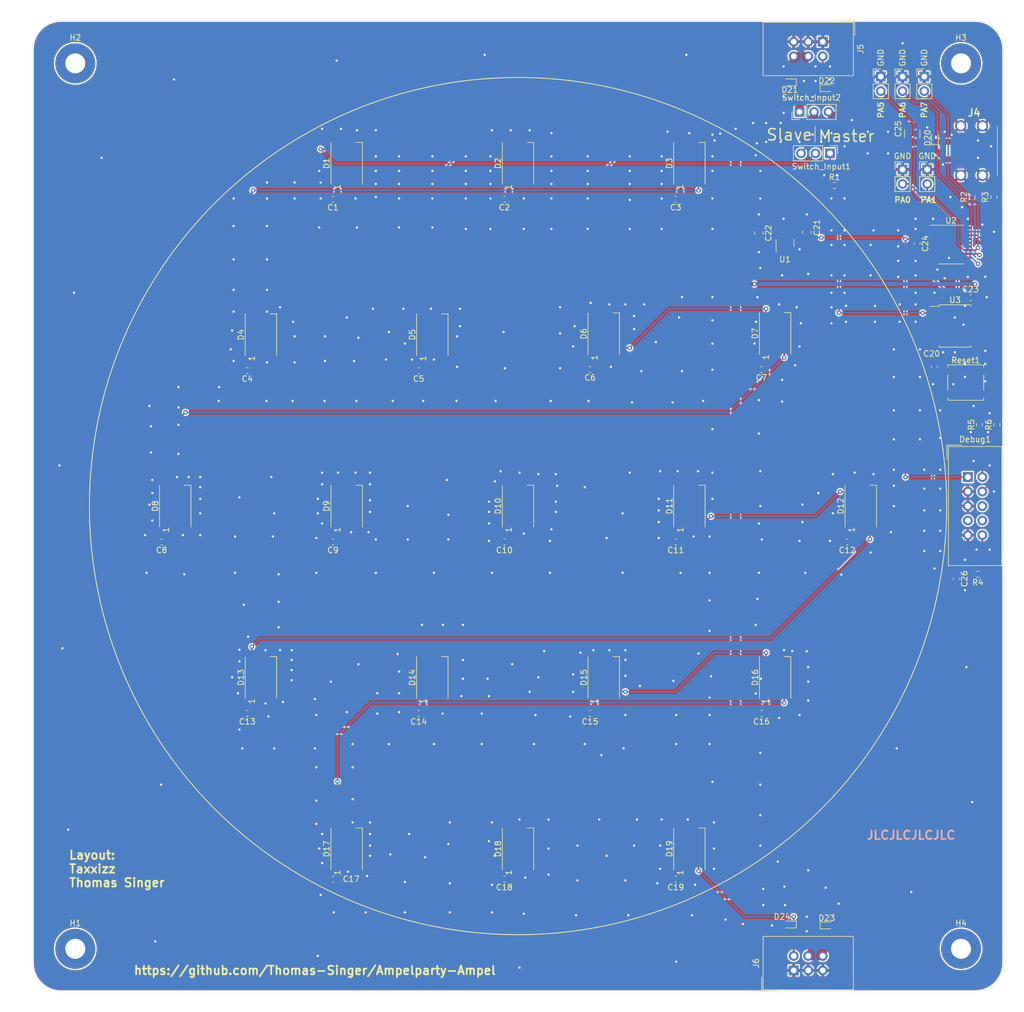
<source format=kicad_pcb>
(kicad_pcb (version 20211014) (generator pcbnew)
  (layers (0 "F.Cu" signal) (31 "B.Cu" signal) (34 "B.Paste" user) (35 "F.Paste" user) (36 "B.SilkS" user "B.Silkscreen") (37 "F.SilkS" user "F.Silkscreen") (38 "B.Mask" user) (39 "F.Mask" user) (44 "Edge.Cuts" user))
  (net 0 "")
  (net 1 "GND")
  (net 2 "+5V")
  (net 3 "NRST")
  (net 4 "+3V3")
  (net 5 "Net-(D1-Pad2)")
  (net 6 "Net-(D1-Pad4)")
  (net 7 "Net-(D2-Pad2)")
  (net 8 "Net-(D3-Pad2)")
  (net 9 "Net-(D4-Pad2)")
  (net 10 "Net-(D5-Pad2)")
  (net 11 "Net-(D6-Pad2)")
  (net 12 "Net-(D7-Pad2)")
  (net 13 "Net-(D8-Pad2)")
  (net 14 "Net-(D10-Pad4)")
  (net 15 "Net-(D10-Pad2)")
  (net 16 "Net-(D11-Pad2)")
  (net 17 "Net-(D12-Pad2)")
  (net 18 "Net-(D13-Pad2)")
  (net 19 "Net-(D14-Pad2)")
  (net 20 "Net-(D15-Pad2)")
  (net 21 "Net-(D16-Pad2)")
  (net 22 "Net-(D17-Pad2)")
  (net 23 "Net-(D18-Pad2)")
  (net 24 "SWCLK")
  (net 25 "SWDIO")
  (net 26 "LED_Data_High")
  (net 27 "Net-(Debug1-Pad4)")
  (net 31 "Net-(Debug1-Pad10)")
  (net 32 "SPI1_MOSI")
  (net 36 "ADC0")
  (net 37 "ADC1")
  (net 43 "Data_out")
  (net 44 "Data_in")
  (net 45 "PWR_IN")
  (net 46 "Net-(R1-Pad1)")
  (net 47 "Net-(Debug1-Pad2)")
  (net 48 "GPIO1")
  (net 49 "GPIO2")
  (net 50 "GPIO3")
  (net 54 "V_BUS")
  (net 55 "Net-(J4-PadA5)")
  (net 56 "Net-(J4-PadB5)")
  (footprint "Capacitor_SMD:C_0603_1608Metric" (layer "F.Cu") (at 144.1425 89.81 180)
    (fp_text reference "C1")
    (fp_text value "100nF")
  )
  (footprint "Capacitor_SMD:C_0603_1608Metric" (layer "F.Cu") (at 174.1425 89.81 180)
    (fp_text reference "C2")
    (fp_text value "100nF")
  )
  (footprint "Capacitor_SMD:C_0603_1608Metric" (layer "F.Cu") (at 204.1425 89.81 180)
    (fp_text reference "C3")
    (fp_text value "100nF")
  )
  (footprint "Capacitor_SMD:C_0603_1608Metric" (layer "F.Cu") (at 129.1425 119.81 180)
    (fp_text reference "C4")
    (fp_text value "100nF")
  )
  (footprint "Capacitor_SMD:C_0603_1608Metric" (layer "F.Cu") (at 159.1425 119.81 180)
    (fp_text reference "C5")
    (fp_text value "100nF")
  )
  (footprint "Capacitor_SMD:C_0603_1608Metric" (layer "F.Cu") (at 189.1425 119.61 180)
    (fp_text reference "C6")
    (fp_text value "100nF")
  )
  (footprint "Capacitor_SMD:C_0603_1608Metric" (layer "F.Cu") (at 219.1425 119.61 180)
    (fp_text reference "C7")
    (fp_text value "100nF")
  )
  (footprint "Capacitor_SMD:C_0603_1608Metric" (layer "F.Cu") (at 114.1425 149.81 180)
    (fp_text reference "C8")
    (fp_text value "100nF")
  )
  (footprint "Capacitor_SMD:C_0603_1608Metric" (layer "F.Cu") (at 144.1425 149.81 180)
    (fp_text reference "C9")
    (fp_text value "100nF")
  )
  (footprint "Capacitor_SMD:C_0603_1608Metric" (layer "F.Cu") (at 174.1425 149.81 180)
    (fp_text reference "C10")
    (fp_text value "100nF")
  )
  (footprint "Capacitor_SMD:C_0603_1608Metric" (layer "F.Cu") (at 204.1425 149.81 180)
    (fp_text reference "C11")
    (fp_text value "100nF")
  )
  (footprint "Capacitor_SMD:C_0603_1608Metric" (layer "F.Cu") (at 234.1425 149.81 180)
    (fp_text reference "C12")
    (fp_text value "100nF")
  )
  (footprint "Capacitor_SMD:C_0603_1608Metric" (layer "F.Cu") (at 129.1425 179.81 180)
    (fp_text reference "C13")
    (fp_text value "100nF")
  )
  (footprint "Capacitor_SMD:C_0603_1608Metric" (layer "F.Cu") (at 159.1425 179.81 180)
    (fp_text reference "C14")
    (fp_text value "100nF")
  )
  (footprint "Capacitor_SMD:C_0603_1608Metric" (layer "F.Cu") (at 189.1425 179.81 180)
    (fp_text reference "C15")
    (fp_text value "100nF")
  )
  (footprint "Capacitor_SMD:C_0603_1608Metric" (layer "F.Cu") (at 219.1425 179.81 180)
    (fp_text reference "C16")
    (fp_text value "100nF")
  )
  (footprint "Capacitor_SMD:C_0603_1608Metric" (layer "F.Cu") (at 144.1425 208.81 180)
    (fp_text reference "C17")
    (fp_text value "100nF")
  )
  (footprint "Capacitor_SMD:C_0603_1608Metric" (layer "F.Cu") (at 174.1425 208.81 180)
    (fp_text reference "C18")
    (fp_text value "100nF")
  )
  (footprint "Capacitor_SMD:C_0603_1608Metric" (layer "F.Cu") (at 204.1425 208.81 180)
    (fp_text reference "C19")
    (fp_text value "100nF")
  )
  (footprint "Capacitor_SMD:C_0805_2012Metric" (layer "F.Cu") (at 218.694 95.7325 -90)
    (fp_text reference "C22")
    (fp_text value "1uF")
  )
  (footprint "LED_SMD:LED_WS2812B_PLCC4_5.0x5.0mm_P3.2mm" (layer "F.Cu") (at 146.53 83.51 90)
    (fp_text reference "D1")
    (fp_text value "WS2812B")
  )
  (footprint "LED_SMD:LED_WS2812B_PLCC4_5.0x5.0mm_P3.2mm" (layer "F.Cu") (at 176.53 83.51 90)
    (fp_text reference "D2")
    (fp_text value "WS2812B")
  )
  (footprint "LED_SMD:LED_WS2812B_PLCC4_5.0x5.0mm_P3.2mm" (layer "F.Cu") (at 206.53 83.51 90)
    (fp_text reference "D3")
    (fp_text value "WS2812B")
  )
  (footprint "LED_SMD:LED_WS2812B_PLCC4_5.0x5.0mm_P3.2mm" (layer "F.Cu") (at 131.53 113.51 90)
    (fp_text reference "D4")
    (fp_text value "WS2812B")
  )
  (footprint "LED_SMD:LED_WS2812B_PLCC4_5.0x5.0mm_P3.2mm" (layer "F.Cu") (at 191.53 113.36 90)
    (fp_text reference "D6")
    (fp_text value "WS2812B")
  )
  (footprint "LED_SMD:LED_WS2812B_PLCC4_5.0x5.0mm_P3.2mm" (layer "F.Cu") (at 221.53 113.300001 90)
    (fp_text reference "D7")
    (fp_text value "WS2812B")
  )
  (footprint "LED_SMD:LED_WS2812B_PLCC4_5.0x5.0mm_P3.2mm" (layer "F.Cu") (at 146.53 143.51 90)
    (fp_text reference "D9")
    (fp_text value "WS2812B")
  )
  (footprint "LED_SMD:LED_WS2812B_PLCC4_5.0x5.0mm_P3.2mm" (layer "F.Cu") (at 176.53 143.51 90)
    (fp_text reference "D10")
    (fp_text value "WS2812B")
  )
  (footprint "LED_SMD:LED_WS2812B_PLCC4_5.0x5.0mm_P3.2mm" (layer "F.Cu") (at 206.53 143.51 90)
    (fp_text reference "D11")
    (fp_text value "WS2812B")
  )
  (footprint "LED_SMD:LED_WS2812B_PLCC4_5.0x5.0mm_P3.2mm" (layer "F.Cu") (at 131.53 173.51 90)
    (fp_text reference "D13")
    (fp_text value "WS2812B")
  )
  (footprint "LED_SMD:LED_WS2812B_PLCC4_5.0x5.0mm_P3.2mm" (layer "F.Cu") (at 221.53 173.51 90)
    (fp_text reference "D16")
    (fp_text value "WS2812B")
  )
  (footprint "LED_SMD:LED_WS2812B_PLCC4_5.0x5.0mm_P3.2mm" (layer "F.Cu") (at 176.53 203.51 90)
    (fp_text reference "D18")
    (fp_text value "WS2812B")
  )
  (footprint "Button_Switch_SMD:SW_SPST_EVPBF" (layer "F.Cu") (at 254.9 121.888)
    (fp_text reference "Reset1")
    (fp_text value "SW_Push")
  )
  (footprint "Package_SO:SSOP-20_5.3x7.2mm_P0.65mm" (layer "F.Cu") (at 253.03 111.985)
    (fp_text reference "U3")
    (fp_text value "74HC245")
  )
  (footprint "LED_SMD:LED_WS2812B_PLCC4_5.0x5.0mm_P3.2mm" (layer "F.Cu") (at 161.53 113.51 90)
    (fp_text reference "D5")
    (fp_text value "WS2812B")
  )
  (footprint "LED_SMD:LED_WS2812B_PLCC4_5.0x5.0mm_P3.2mm" (layer "F.Cu") (at 116.53 143.51 90)
    (fp_text reference "D8")
    (fp_text value "WS2812B")
  )
  (footprint "LED_SMD:LED_WS2812B_PLCC4_5.0x5.0mm_P3.2mm" (layer "F.Cu") (at 161.53 173.51 90)
    (fp_text reference "D14")
    (fp_text value "WS2812B")
  )
  (footprint "LED_SMD:LED_WS2812B_PLCC4_5.0x5.0mm_P3.2mm" (layer "F.Cu") (at 191.53 173.51 90)
    (fp_text reference "D15")
    (fp_text value "WS2812B")
  )
  (footprint "LED_SMD:LED_WS2812B_PLCC4_5.0x5.0mm_P3.2mm" (layer "F.Cu") (at 206.53 203.51 90)
    (fp_text reference "D19")
    (fp_text value "WS2812B")
  )
  (footprint "LED_SMD:LED_WS2812B_PLCC4_5.0x5.0mm_P3.2mm" (layer "F.Cu") (at 236.53 143.51 90)
    (fp_text reference "D12")
    (fp_text value "WS2812B")
  )
  (footprint "LED_SMD:LED_WS2812B_PLCC4_5.0x5.0mm_P3.2mm" (layer "F.Cu") (at 146.53 203.51 90)
    (fp_text reference "D17")
    (fp_text value "WS2812B")
  )
  (footprint "Capacitor_SMD:C_0603_1608Metric" (layer "F.Cu") (at 249.428 119.1005 90)
    (fp_text reference "C20")
    (fp_text value "100nF")
  )
  (footprint "Package_SO:TSSOP-20_4.4x6.5mm_P0.65mm" (layer "F.Cu") (at 252.33 97.735)
    (fp_text reference "U2")
    (fp_text value "STM32G030F6P6")
  )
  (footprint "Capacitor_SMD:C_0603_1608Metric" (layer "F.Cu") (at 255.7425 107.01)
    (fp_text reference "C23")
    (fp_text value "100nF")
  )
  (footprint "Capacitor_SMD:C_0805_2012Metric" (layer "F.Cu") (at 227.076 95.5825 90)
    (fp_text reference "C21")
    (fp_text value "1uF")
  )
  (footprint "Package_TO_SOT_SMD:SOT-23" (layer "F.Cu") (at 223.266 97.4575 90)
    (fp_text reference "U1")
    (fp_text value "XC6206PxxxMR")
  )
  (footprint "Connector_PinHeader_2.54mm:PinHeader_1x03_P2.54mm_Vertical" (layer "F.Cu") (at 225.806 74.51 90)
    (fp_text reference "Switch_Input2")
    (fp_text value "Conn_01x03")
  )
  (footprint "Connector_PinHeader_2.54mm:PinHeader_1x03_P2.54mm_Vertical" (layer "F.Cu") (at 231.14 81.76 -90)
    (fp_text reference "Switch_Input1")
    (fp_text value "Conn_01x03")
  )
  (footprint "Resistor_SMD:R_0603_1608Metric" (layer "F.Cu") (at 231.9275 87.376)
    (fp_text reference "R1")
    (fp_text value "100")
  )
  (footprint "Capacitor_SMD:C_0603_1608Metric" (layer "F.Cu") (at 246.38 97.5475 -90)
    (fp_text reference "C24")
    (fp_text value "100nF")
  )
  (footprint "MountingHole:MountingHole_3.5mm_Pad" (layer "F.Cu") (at 99.03 221.01)
    (fp_text reference "H1")
    (fp_text value "MountingHole")
  )
  (footprint "MountingHole:MountingHole_3.5mm_Pad" (layer "F.Cu") (at 99.03 66.01)
    (fp_text reference "H2")
    (fp_text value "MountingHole")
  )
  (footprint "MountingHole:MountingHole_3.5mm_Pad" (layer "F.Cu") (at 254.08 66.01)
    (fp_text reference "H3")
    (fp_text value "MountingHole")
  )
  (footprint "MountingHole:MountingHole_3.5mm_Pad" (layer "F.Cu") (at 254.08 221.01)
    (fp_text reference "H4")
    (fp_text value "MountingHole")
  )
  (footprint "Diode_SMD:D_SOD-523" (layer "F.Cu") (at 249.53 79.056 90)
    (fp_text reference "D20")
    (fp_text value "D")
  )
  (footprint "Diode_SMD:D_SOD-523" (layer "F.Cu") (at 224.09 69.342 180)
    (fp_text reference "D21")
    (fp_text value "D")
  )
  (footprint "Diode_SMD:D_SOD-523" (layer "F.Cu") (at 230.57 70.358)
    (fp_text reference "D22")
    (fp_text value "D")
  )
  (footprint "Diode_SMD:D_SOD-523" (layer "F.Cu") (at 230.57 216.916)
    (fp_text reference "D23")
    (fp_text value "D")
  )
  (footprint "Diode_SMD:D_SOD-523" (layer "F.Cu") (at 224.09 216.76 180)
    (fp_text reference "D24")
    (fp_text value "D")
  )
  (footprint "Capacitor_SMD:C_1210_3225Metric" (layer "F.Cu") (at 245.53 78.36 -90)
    (fp_text reference "C25")
    (fp_text value "10u")
  )
  (footprint "Connector_PinHeader_2.54mm:PinHeader_1x02_P2.54mm_Vertical" (layer "F.Cu") (at 240.03 68.326)
    (fp_text reference "GND")
    (fp_text value "Conn_01x02")
  )
  (footprint "Connector_PinHeader_2.54mm:PinHeader_1x02_P2.54mm_Vertical" (layer "F.Cu") (at 243.84 68.326)
    (fp_text reference "GND")
    (fp_text value "Conn_01x02")
  )
  (footprint "Connector_PinHeader_2.54mm:PinHeader_1x02_P2.54mm_Vertical" (layer "F.Cu") (at 247.65 68.326)
    (fp_text reference "GND")
    (fp_text value "Conn_01x02")
  )
  (footprint "TYPE-C-31-M-17:TYPEC31M17" (layer "F.Cu") (at 256.38 81.276 90)
    (fp_text reference "J4")
    (fp_text value "TYPE-C-31-M-17" hide)
  )
  (footprint "Resistor_SMD:R_0603_1608Metric" (layer "F.Cu") (at 256.032 89.408 90)
    (fp_text reference "R2")
    (fp_text value "5.11k")
  )
  (footprint "Resistor_SMD:R_0603_1608Metric" (layer "F.Cu") (at 259.842 89.4335 -90)
    (fp_text reference "R3")
    (fp_text value "5.11k")
  )
  (footprint "Resistor_SMD:R_0603_1608Metric" (layer "F.Cu") (at 260.35 129.2605 90)
    (fp_text reference "R6")
    (fp_text value "22")
  )
  (footprint "Capacitor_SMD:C_0603_1608Metric" (layer "F.Cu") (at 253.238 156.2355 -90)
    (fp_text reference "C26")
    (fp_text value "100nF")
  )
  (footprint "Connector_IDC:IDC-Header_2x05_P2.54mm_Vertical" (layer "F.Cu") (at 255.27 138.43)
    (fp_text reference "Debug1")
    (fp_text value "Conn_02x05_Odd_Even")
  )
  (footprint "Connector_PinHeader_2.54mm:PinHeader_1x02_P2.54mm_Vertical" (layer "F.Cu") (at 243.84 84.582)
    (fp_text reference "GND")
    (fp_text value "Conn_01x02")
  )
  (footprint "Resistor_SMD:R_0603_1608Metric" (layer "F.Cu") (at 257.0225 155.448 180)
    (fp_text reference "R4")
    (fp_text value "22")
  )
  (footprint "Connector_IDC:IDC-Header_2x03_P2.54mm_Vertical" (layer "F.Cu") (at 229.87 62.23 -90)
    (fp_text reference "J5")
    (fp_text value "Conn_02x03_Odd_Even")
  )
  (footprint "Resistor_SMD:R_0603_1608Metric" (layer "F.Cu") (at 257.302 129.2605 90)
    (fp_text reference "R5")
    (fp_text value "22")
  )
  (footprint "Connector_PinHeader_2.54mm:PinHeader_1x02_P2.54mm_Vertical" (layer "F.Cu") (at 248.158 84.582)
    (fp_text reference "GND")
    (fp_text value "Conn_01x02")
  )
  (footprint "Connector_IDC:IDC-Header_2x03_P2.54mm_Vertical" (layer "F.Cu") (at 224.79 224.79 90)
    (fp_text reference "J6")
    (fp_text value "Conn_02x03_Odd_Even")
  )
  (gr_line (start 228.53 77.01) (end 228.53 79.76) (layer "F.SilkS") (width 0.12))
  (gr_circle (center 176.53 143.51) (end 251.556802 143.51) (layer "F.SilkS") (width 0.15) (fill none))
  (gr_line (start 91.53 223.51) (end 91.53 63.51) (layer "Edge.Cuts") (width 0.05))
  (gr_line (start 96.53 58.51) (end 256.53 58.51) (layer "Edge.Cuts") (width 0.05))
  (gr_arc (start 256.53 58.51) (mid 260.065534 59.974466) (end 261.53 63.51) (layer "Edge.Cuts") (width 0.05))
  (gr_line (start 256.53 228.51) (end 96.53 228.51) (layer "Edge.Cuts") (width 0.05))
  (gr_arc (start 91.53 63.51) (mid 92.994466 59.974466) (end 96.53 58.51) (layer "Edge.Cuts") (width 0.05))
  (gr_arc (start 261.53 223.51) (mid 260.065534 227.045534) (end 256.53 228.51) (layer "Edge.Cuts") (width 0.05))
  (gr_arc (start 96.53 228.51) (mid 92.994466 227.045534) (end 91.53 223.51) (layer "Edge.Cuts") (width 0.05))
  (gr_line (start 261.53 63.51) (end 261.53 223.51) (layer "Edge.Cuts") (width 0.05))
  (gr_text "JLCJLCJLCJLC" (at 245.33 201.11) (layer "B.SilkS") (effects (font (size 1.5 1.5) (thickness 0.3))))
  (gr_text "Slave" (at 224.03 78.51) (layer "F.SilkS") (effects (font (size 2 2) (thickness 0.25))))
  (gr_text "Master" (at 234.03 78.76) (layer "F.SilkS") (effects (font (size 2 2) (thickness 0.25))))
  (gr_text "PA6" (at 243.84 74.168 90) (layer "F.SilkS") (effects (font (size 1 1) (thickness 0.2))))
  (gr_text "PA1" (at 248.412 89.916) (layer "F.SilkS") (effects (font (size 1 1) (thickness 0.2))))
  (gr_text "PA7" (at 247.65 74.168 90) (layer "F.SilkS") (effects (font (size 1 1) (thickness 0.2))))
  (gr_text "Layout:\nTaxxizz\nThomas Singer" (at 97.79 207.01) (layer "F.SilkS") (effects (font (size 1.5 1.5) (thickness 0.3)) (justify left)))
  (gr_text "https://github.com/Thomas-Singer/Ampelparty-Ampel" (at 140.97 224.79) (layer "F.SilkS") (effects (font (size 1.5 1.5) (thickness 0.3))))
  (gr_text "PA0" (at 243.84 89.916) (layer "F.SilkS") (effects (font (size 1 1) (thickness 0.2))))
  (gr_text "PA5" (at 240.03 74.168 90) (layer "F.SilkS") (effects (font (size 1 1) (thickness 0.2))))
  (via (at 150.622 204.724) (size 0.8) (drill 0.4) (layers "F.Cu" "B.Cu") (net 1))
  (via (at 112.268 129.54) (size 0.8) (drill 0.4) (layers "F.Cu" "B.Cu") (net 1))
  (via (at 141.224 149.098) (size 0.8) (drill 0.4) (layers "F.Cu" "B.Cu") (net 1))
  (via (at 223.012 66.548) (size 0.8) (drill 0.4) (layers "F.Cu" "B.Cu") (net 1))
  (via (at 186.436 112.014) (size 0.8) (drill 0.4) (layers "F.Cu" "B.Cu") (net 1))
  (via (at 164.338 202.692) (size 0.8) (drill 0.4) (layers "F.Cu" "B.Cu") (net 1))
  (via (at 192.532 168.7345) (size 0.8) (drill 0.4) (layers "F.Cu" "B.Cu") (net 1))
  (via (at 161.544 87.122) (size 0.8) (drill 0.4) (layers "F.Cu" "B.Cu") (net 1))
  (via (at 252.73 122.174) (size 0.8) (drill 0.4) (layers "F.Cu" "B.Cu") (net 1))
  (via (at 164.592 209.55) (size 0.8) (drill 0.4) (layers "F.Cu" "B.Cu") (net 1))
  (via (at 185.674 180.34) (size 0.8) (drill 0.4) (layers "F.Cu" "B.Cu") (net 1))
  (via (at 147.32 148.082) (size 0.8) (drill 0.4) (layers "F.Cu" "B.Cu") (net 1))
  (via (at 252.984 110.49) (size 0.8) (drill 0.4) (layers "F.Cu" "B.Cu") (net 1))
  (via (at 166.37 112.014) (size 0.8) (drill 0.4) (layers "F.Cu" "B.Cu") (net 1))
  (via (at 258.318 116.332) (size 0.8) (drill 0.4) (layers "F.Cu" "B.Cu") (net 1))
  (via (at 164.592 214.63) (size 0.8) (drill 0.4) (layers "F.Cu" "B.Cu") (net 1))
  (via (at 204.216 185.166) (size 0.8) (drill 0.4) (layers "F.Cu" "B.Cu") (net 1))
  (via (at 196.088 137.668) (size 0.8) (drill 0.4) (layers "F.Cu" "B.Cu") (net 1))
  (via (at 171.704 82.296) (size 0.8) (drill 0.4) (layers "F.Cu" "B.Cu") (net 1))
  (via (at 142.748 113.792) (size 0.8) (drill 0.4) (layers "F.Cu" "B.Cu") (net 1))
  (via (at 120.904 140.208) (size 0.8) (drill 0.4) (layers "F.Cu" "B.Cu") (net 1))
  (via (at 140.97 177.292) (size 0.8) (drill 0.4) (layers "F.Cu" "B.Cu") (net 1))
  (via (at 170.688 64.516) (size 0.8) (drill 0.4) (layers "F.Cu" "B.Cu") (net 1))
  (via (at 132.588 94.488) (size 0.8) (drill 0.4) (layers "F.Cu" "B.Cu") (net 1))
  (via (at 250.444 151.384) (size 0.8) (drill 0.4) (layers "F.Cu" "B.Cu") (net 1))
  (via (at 126.746 100.33) (size 0.8) (drill 0.4) (layers "F.Cu" "B.Cu") (net 1))
  (via (at 181.864 198.374) (size 0.8) (drill 0.4) (layers "F.Cu" "B.Cu") (net 1))
  (via (at 157.226 149.352) (size 0.8) (drill 0.4) (layers "F.Cu" "B.Cu") (net 1))
  (via (at 246.888 126.746) (size 0.8) (drill 0.4) (layers "F.Cu" "B.Cu") (net 1))
  (via (at 246.888 120.904) (size 0.8) (drill 0.4) (layers "F.Cu" "B.Cu") (net 1))
  (via (at 141.224 199.136) (size 0.8) (drill 0.4) (layers "F.Cu" "B.Cu") (net 1))
  (via (at 201.676 94.996) (size 0.8) (drill 0.4) (layers "F.Cu" "B.Cu") (net 1))
  (via (at 220.98 216.916) (size 0.8) (drill 0.4) (layers "F.Cu" "B.Cu") (net 1))
  (via (at 151.892 179.832) (size 0.8) (drill 0.4) (layers "F.Cu" "B.Cu") (net 1))
  (via (at 132.842 180.34) (size 0.8) (drill 0.4) (layers "F.Cu" "B.Cu") (net 1))
  (via (at 219.964 76.454) (size 0.8) (drill 0.4) (layers "F.Cu" "B.Cu") (net 1))
  (via (at 228.092 78.486) (size 0.8) (drill 0.4) (layers "F.Cu" "B.Cu") (net 1))
  (via (at 223.084432 168.7345) (size 0.8) (drill 0.4) (layers "F.Cu" "B.Cu") (net 1))
  (via (at 192.024 149.098) (size 0.8) (drill 0.4) (layers "F.Cu" "B.Cu") (net 1))
  (via (at 147.574 185.166) (size 0.8) (drill 0.4) (layers "F.Cu" "B.Cu") (net 1))
  (via (at 164.084 138.938) (size 0.8) (drill 0.4) (layers "F.Cu" "B.Cu") (net 1))
  (via (at 225.044 118.872) (size 0.8) (drill 0.4) (layers "F.Cu" "B.Cu") (net 1))
  (via (at 233.68 106.172) (size 0.8) (drill 0.4) (layers "F.Cu" "B.Cu") (net 1))
  (via (at 254.762 120.904) (size 0.8) (drill 0.4) (layers "F.Cu" "B.Cu") (net 1))
  (via (at 161.798 185.166) (size 0.8) (drill 0.4) (layers "F.Cu" "B.Cu") (net 1))
  (via (at 126.492 112.776) (size 0.8) (drill 0.4) (layers "F.Cu" "B.Cu") (net 1))
  (via (at 155.702 176.276) (size 0.8) (drill 0.4) (layers "F.Cu" "B.Cu") (net 1))
  (via (at 179.578 180.086) (size 0.8) (drill 0.4) (layers "F.Cu" "B.Cu") (net 1))
  (via (at 246.126 108.204) (size 0.8) (drill 0.4) (layers "F.Cu" "B.Cu") (net 1))
  (via (at 228.6 66.548) (size 0.8) (drill 0.4) (layers "F.Cu" "B.Cu") (net 1))
  (via (at 254.762 118.618) (size 0.8) (drill 0.4) (layers "F.Cu" "B.Cu") (net 1))
  (via (at 172.466 139.192) (size 0.8) (drill 0.4) (layers "F.Cu" "B.Cu") (net 1))
  (via (at 96.266 136.398) (size 0.8) (drill 0.4) (layers "F.Cu" "B.Cu") (net 1))
  (via (at 98.806 106.172) (size 0.8) (drill 0.4) (layers "F.Cu" "B.Cu") (net 1))
  (via (at 155.702 87.122) (size 0.8) (drill 0.4) (layers "F.Cu" "B.Cu") (net 1))
  (via (at 124.116 125.11) (size 0.8) (drill 0.4) (layers "F.Cu" "B.Cu") (net 1))
  (via (at 196.088 94.996) (size 0.8) (drill 0.4) (layers "F.Cu" "B.Cu") (net 1))
  (via (at 249.174 93.218) (size 0.8) (drill 0.4) (layers "F.Cu" "B.Cu") (net 1))
  (via (at 114.046 192.278) (size 0.8) (drill 0.4) (layers "F.Cu" "B.Cu") (net 1))
  (via (at 251.206 103.632) (size 0.8) (drill 0.4) (layers "F.Cu" "B.Cu") (net 1))
  (via (at 146.558 110.49) (size 0.8) (drill 0.4) (layers "F.Cu" "B.Cu") (net 1))
  (via (at 151.638 84.836) (size 0.8) (drill 0.4) (layers "F.Cu" "B.Cu") (net 1))
  (via (at 237.744 81.788) (size 0.8) (drill 0.4) (layers "F.Cu" "B.Cu") (net 1))
  (via (at 153.416 117.856) (size 0.8) (drill 0.4) (layers "F.Cu" "B.Cu") (net 1))
  (via (at 210.058 177.038) (size 0.8) (drill 0.4) (layers "F.Cu" "B.Cu") (net 1))
  (via (at 201.676 198.374) (size 0.8) (drill 0.4) (layers "F.Cu" "B.Cu") (net 1))
  (via (at 150.622 139.7) (size 0.8) (drill 0.4) (layers "F.Cu" "B.Cu") (net 1))
  (via (at 183.134 137.922) (size 0.8) (drill 0.4) (layers "F.Cu" "B.Cu") (net 1))
  (via (at 142.24 146.558) (size 0.8) (drill 0.4) (layers "F.Cu" "B.Cu") (net 1))
  (via (at 210.566 137.668) (size 0.8) (drill 0.4) (layers "F.Cu" "B.Cu") (net 1))
  (via (at 132.588 86.868) (size 0.8) (drill 0.4) (layers "F.Cu" "B.Cu") (net 1))
  (via (at 196.85 110.236) (size 0.8) (drill 0.4) (layers "F.Cu" "B.Cu") (net 1))
  (via (at 207.01 215.138) (size 0.8) (drill 0.4) (layers "F.Cu" "B.Cu") (net 1))
  (via (at 238.252 103.124) (size 0.8) (drill 0.4) (layers "F.Cu" "B.Cu") (net 1))
  (via (at 128.27 185.928) (size 0.8) (drill 0.4) (layers "F.Cu" "B.Cu") (net 1))
  (via (at 141.478 144.78) (size 0.8) (drill 0.4) (layers "F.Cu" "B.Cu") (net 1))
  (via (at 188.722 82.296) (size 0.8) (drill 0.4) (layers "F.Cu" "B.Cu") (net 1))
  (via (at 259.334 80.518) (size 0.8) (drill 0.4) (layers "F.Cu" "B.Cu") (net 1))
  (via (at 157.48 200.914) (size 0.8) (drill 0.4) (layers "F.Cu" "B.Cu") (net 1))
  (via (at 150.622 144.526) (size 0.8) (drill 0.4) (layers "F.Cu" "B.Cu") (net 1))
  (via (at 218.33 80.01) (size 0.8) (drill 0.4) (layers "F.Cu" "B.Cu") (net 1))
  (via (at 182.118 149.606) (size 0.8) (drill 0.4) (layers "F.Cu" "B.Cu") (net 1))
  (via (at 230.378 210.312) (size 0.8) (drill 0.4) (layers "F.Cu" "B.Cu") (net 1))
  (via (at 254.254 91.186) (size 0.8) (drill 0.4) (layers "F.Cu" "B.Cu") (net 1))
  (via (at 120.904 144.78) (size 0.8) (drill 0.4) (layers "F.Cu" "B.Cu") (net 1))
  (via (at 226.314 146.304) (size 0.8) (drill 0.4) (layers "F.Cu" "B.Cu") (net 1))
  (via (at 250.444 144.272) (size 0.8) (drill 0.4) (layers "F.Cu" "B.Cu") (net 1))
  (via (at 144.272 214.63) (size 0.8) (drill 0.4) (layers "F.Cu" "B.Cu") (net 1))
  (via (at 117.094 126.238) (size 0.8) (drill 0.4) (layers "F.Cu" "B.Cu") (net 1))
  (via (at 246.126 111.252) (size 0.8) (drill 0.4) (layers "F.Cu" "B.Cu") (net 1))
  (via (at 215.9 216.662) (size 0.8) (drill 0.4) (layers "F.Cu" "B.Cu") (net 1))
  (via (at 183.896 113.284) (size 0.8) (drill 0.4) (layers "F.Cu" "B.Cu") (net 1))
  (via (at 150.622 142.494) (size 0.8) (drill 0.4) (layers "F.Cu" "B.Cu") (net 1))
  (via (at 250.444 137.16) (size 0.8) (drill 0.4) (layers "F.Cu" "B.Cu") (net 1))
  (via (at 175.514 171.196) (size 0.8) (drill 0.4) (layers "F.Cu" "B.Cu") (net 1))
  (via (at 222.25 180.594) (size 0.8) (drill 0.4) (layers "F.Cu" "B.Cu") (net 1))
  (via (at 259.842 95.504) (size 0.8) (drill 0.4) (layers "F.Cu" "B.Cu") (net 1))
  (via (at 141.732 94.742) (size 0.8) (drill 0.4) (layers "F.Cu" "B.Cu") (net 1))
  (via (at 175.26 77.724) (size 0.8) (drill 0.4) (layers "F.Cu" "B.Cu") (net 1))
  (via (at 183.134 144.526) (size 0.8) (drill 0.4) (layers "F.Cu" "B.Cu") (net 1))
  (via (at 210.82 198.882) (size 0.8) (drill 0.4) (layers "F.Cu" "B.Cu") (net 1))
  (via (at 151.638 149.352) (size 0.8) (drill 0.4) (layers "F.Cu" "B.Cu") (net 1))
  (via (at 200.66 114.808) (size 0.8) (drill 0.4) (layers "F.Cu" "B.Cu") (net 1))
  (via (at 225.806 79.756) (size 0.8) (drill 0.4) (layers "F.Cu" "B.Cu") (net 1))
  (via (at 147.574 189.23) (size 0.8) (drill 0.4) (layers "F.Cu" "B.Cu") (net 1))
  (via (at 141.224 189.23) (size 0.8) (drill 0.4) (layers "F.Cu" "B.Cu") (net 1))
  (via (at 254.762 105.664) (size 0.8) (drill 0.4) (layers "F.Cu" "B.Cu") (net 1))
  (via (at 137.16 111.252) (size 0.8) (drill 0.4) (layers "F.Cu" "B.Cu") (net 1))
  (via (at 176.784 198.374) (size 0.8) (drill 0.4) (layers "F.Cu" "B.Cu") (net 1))
  (via (at 167.386 84.836) (size 0.8) (drill 0.4) (layers "F.Cu" "B.Cu") (net 1))
  (via (at 256.794 151.13) (size 0.8) (drill 0.4) (layers "F.Cu" "B.Cu") (net 1))
  (via (at 203.596 125.364) (size 0.8) (drill 0.4) (layers "F.Cu" "B.Cu") (net 1))
  (via (at 223.012 74.676) (size 0.8) (drill 0.4) (layers "F.Cu" "B.Cu") (net 1))
  (via (at 126.238 116.078) (size 0.8) (drill 0.4) (layers "F.Cu" "B.Cu") (net 1))
  (via (at 231.394 103.124) (size 0.8) (drill 0.4) (layers "F.Cu" "B.Cu") (net 1))
  (via (at 132.334 178.054) (size 0.8) (drill 0.4) (layers "F.Cu" "B.Cu") (net 1))
  (via (at 150.622 202.946) (size 0.8) (drill 0.4) (layers "F.Cu" "B.Cu") (net 1))
  (via (at 210.93 79.51) (size 0.8) (drill 0.4) (layers "F.Cu" "B.Cu") (net 1))
  (via (at 197.358 198.374) (size 0.8) (drill 0.4) (layers "F.Cu" "B.Cu") (net 1))
  (via (at 141.224 195.072) (size 0.8) (drill 0.4) (layers "F.Cu" "B.Cu") (net 1))
  (via (at 176.784 137.668) (size 0.8) (drill 0.4) (layers "F.Cu" "B.Cu") (net 1))
  (via (at 117.094 134.366) (size 0.8) (drill 0.4) (layers "F.Cu" "B.Cu") (net 1))
  (via (at 218.948 143.51) (size 0.8) (drill 0.4) (layers "F.Cu" "B.Cu") (net 1))
  (via (at 142.658 125.11) (size 0.8) (drill 0.4) (layers "F.Cu" "B.Cu") (net 1))
  (via (at 118.872 138.43) (size 0.8) (drill 0.4) (layers "F.Cu" "B.Cu") (net 1))
  (via (at 127.762 170.688) (size 0.8) (drill 0.4) (layers "F.Cu" "B.Cu") (net 1))
  (via (at 208.93 125.11) (size 0.8) (drill 0.4) (layers "F.Cu" "B.Cu") (net 1))
  (via (at 239.014 111.252) (size 0.8) (drill 0.4) (layers "F.Cu" "B.Cu") (net 1))
  (via (at 134.62 155.448) (size 0.8) (drill 0.4) (layers "F.Cu" "B.Cu") (net 1))
  (via (at 257.048 82.55) (size 0.8) (drill 0.4) (layers "F.Cu" "B.Cu") (net 1))
  (via (at 182.372 82.296) (size 0.8) (drill 0.4) (layers "F.Cu" "B.Cu") (net 1))
  (via (at 133.858 185.928) (size 0.8) (drill 0.4) (layers "F.Cu" "B.Cu") (net 1))
  (via (at 188.722 94.996) (size 0.8) (drill 0.4) (layers "F.Cu" "B.Cu") (net 1))
  (via (at 201.168 144.272) (size 0.8) (drill 0.4) (layers "F.Cu" "B.Cu") (net 1))
  (via (at 226.822 155.194) (size 0.8) (drill 0.4) (layers "F.Cu" "B.Cu") (net 1))
  (via (at 210.058 185.166) (size 0.8) (drill 0.4) (layers "F.Cu" "B.Cu") (net 1))
  (via (at 137.414 89.662) (size 0.8) (drill 0.4) (layers "F.Cu" "B.Cu") (net 1))
  (via (at 227.076 168.91) (size 0.8) (drill 0.4) (layers "F.Cu" "B.Cu") (net 1))
  (via (at 218.13 176.31) (size 0.8) (drill 0.4) (layers "F.Cu" "B.Cu") (net 1))
  (via (at 186.69 215.138) (size 0.8) (drill 0.4) (layers "F.Cu" "B.Cu") (net 1))
  (via (at 218.694 99.06) (size 0.8) (drill 0.4) (layers "F.Cu" "B.Cu") (net 1))
  (via (at 242.316 143.51) (size 0.8) (drill 0.4) (layers "F.Cu" "B.Cu") (net 1))
  (via (at 210.058 155.194) (size 0.8) (drill 0.4) (layers "F.Cu" "B.Cu") (net 1))
  (via (at 153.924 113.03) (size 0.8) (drill 0.4) (layers "F.Cu" "B.Cu") (net 1))
  (via (at 181.864 208.026) (size 0.8) (drill 0.4) (layers "F.Cu" "B.Cu") (net 1))
  (via (at 142.24 137.668) (size 0.8) (drill 0.4) (layers "F.Cu" "B.Cu") (net 1))
  (via (at 257.048 79.502) (size 0.8) (drill 0.4) (layers "F.Cu" "B.Cu") (net 1))
  (via (at 210.566 130.048) (size 0.8) (drill 0.4) (layers "F.Cu" "B.Cu") (net 1))
  (via (at 204.47 137.414) (size 0.8) (drill 0.4) (layers "F.Cu" "B.Cu") (net 1))
  (via (at 188.214 185.166) (size 0.8) (drill 0.4) (layers "F.Cu" "B.Cu") (net 1))
  (via (at 142.24 139.7) (size 0.8) (drill 0.4) (layers "F.Cu" "B.Cu") (net 1))
  (via (at 196.088 87.122) (size 0.8) (drill 0.4) (layers "F.Cu" "B.Cu") (net 1))
  (via (at 242.316 137.16) (size 0.8) (drill 0.4) (layers "F.Cu" "B.Cu") (net 1))
  (via (at 166.878 164.31) (size 0.8) (drill 0.4) (layers "F.Cu" "B.Cu") (net 1))
  (via (at 163.322 179.832) (size 0.8) (drill 0.4) (layers "F.Cu" "B.Cu") (net 1))
  (via (at 250.444 126.746) (size 0.8) (drill 0.4) (layers "F.Cu" "B.Cu") (net 1))
  (via (at 254.762 108.458) (size 0.8) (drill 0.4) (layers "F.Cu" "B.Cu") (net 1))
  (via (at 134.62 164.71) (size 0.8) (drill 0.4) (layers "F.Cu" "B.Cu") (net 1))
  (via (at 204.216 180.086) (size 0.8) (drill 0.4) (layers "F.Cu" "B.Cu") (net 1))
  (via (at 182.372 94.996) (size 0.8) (drill 0.4) (layers "F.Cu" "B.Cu") (net 1))
  (via (at 218.948 137.414) (size 0.8) (drill 0.4) (layers "F.Cu" "B.Cu") (net 1))
  (via (at 195.326 108.204) (size 0.8) (drill 0.4) (layers "F.Cu" "B.Cu") (net 1))
  (via (at 148.082 137.668) (size 0.8) (drill 0.4) (layers "F.Cu" "B.Cu") (net 1))
  (via (at 182.372 78.232) (size 0.8) (drill 0.4) (layers "F.Cu" "B.Cu") (net 1))
  (via (at 227.33 102.87) (size 0.8) (drill 0.4) (layers "F.Cu" "B.Cu") (net 1))
  (via (at 218.13 82.11) (size 0.8) (drill 0.4) (layers "F.Cu" "B.Cu") (net 1))
  (via (at 225.806 115.57) (size 0.8) (drill 0.4) (layers "F.Cu" "B.Cu") (net 1))
  (via (at 255.016 171.704) (size 0.8) (drill 0.4) (layers "F.Cu" "B.Cu") (net 1))
  (via (at 227.33 171.704) (size 0.8) (drill 0.4) (layers "F.Cu" "B.Cu") (net 1))
  (via (at 219.456 210.5105) (size 0.8) (drill 0.4) (layers "F.Cu" "B.Cu") (net 1))
  (via (at 217.678 76.454) (size 0.8) (drill 0.4) (layers "F.Cu" "B.Cu") (net 1))
  (via (at 112.014 125.984) (size 0.8) (drill 0.4) (layers "F.Cu" "B.Cu") (net 1))
  (via (at 231.394 89.662) (size 0.8) (drill 0.4) (layers "F.Cu" "B.Cu") (net 1))
  (via (at 177.546 148.336) (size 0.8) (drill 0.4) (layers "F.Cu" "B.Cu") (net 1))
  (via (at 116.332 68.834) (size 0.8) (drill 0.4) (layers "F.Cu" "B.Cu") (net 1))
  (via (at 227.076 217.932) (size 0.8) (drill 0.4) (layers "F.Cu" "B.Cu") (net 1))
  (via (at 235.458 137.668) (size 0.8) (drill 0.4) (layers "F.Cu" "B.Cu") (net 1))
  (via (at 161.544 84.836) (size 0.8) (drill 0.4) (layers "F.Cu" "B.Cu") (net 1))
  (via (at 250.444 131.572) (size 0.8) (drill 0.4) (layers "F.Cu" "B.Cu") (net 1))
  (via (at 242.316 131.826) (size 0.8) (drill 0.4) (layers "F.Cu" "B.Cu") (net 1))
  (via (at 154.178 204.47) (size 0.8) (drill 0.4) (layers "F.Cu" "B.Cu") (net 1))
  (via (at 231.394 108.712) (size 0.8) (drill 0.4) (layers "F.Cu" "B.Cu") (net 1))
  (via (at 155.448 169.418) (size 0.8) (drill 0.4) (layers "F.Cu" "B.Cu") (net 1))
  (via (at 171.196 173.736) (size 0.8) (drill 0.4) (layers "F.Cu" "B.Cu") (net 1))
  (via (at 231.648 137.922) (size 0.8) (drill 0.4) (layers "F.Cu" "B.Cu") (net 1))
  (via (at 197.866 175.006) (size 0.8) (drill 0.4) (layers "F.Cu" "B.Cu") (net 1))
  (via (at 208.13 169.31) (size 0.8) (drill 0.4) (layers "F.Cu" "B.Cu") (net 1))
  (via (at 156.718 209.296) (size 0.8) (drill 0.4) (layers "F.Cu" "B.Cu") (net 1))
  (via (at 151.892 176.276) (size 0.8) (drill 0.4) (layers "F.Cu" "B.Cu") (net 1))
  (via (at 148.336 77.724) (size 0.8) (drill 0.4) (layers "F.Cu" "B.Cu") (net 1))
  (via (at 231.394 111.506) (size 0.8) (drill 0.4) (layers "F.Cu" "B.Cu") (net 1))
  (via (at 171.45 176.784) (size 0.8) (drill 0.4) (layers "F.Cu" "B.Cu") (net 1))
  (via (at 159.93 125.11) (size 0.8) (drill 0.4) (layers "F.Cu" "B.Cu") (net 1))
  (via (at 140.97 185.928) (size 0.8) (drill 0.4) (layers "F.Cu" "B.Cu") (net 1))
  (via (at 151.638 77.724) (size 0.8) (drill 0.4) (layers "F.Cu" "B.Cu") (net 1))
  (via (at 248.158 77.216) (size 0.8) (drill 0.4) (layers "F.Cu" "B.Cu") (net 1))
  (via (at 242.316 120.904) (size 0.8) (drill 0.4) (layers "F.Cu" "B.Cu") (net 1))
  (via (at 127.508 176.276) (size 0.8) (drill 0.4) (layers "F.Cu" "B.Cu") (net 1))
  (via (at 222.758 121.412) (size 0.8) (drill 0.4) (layers "F.Cu" "B.Cu") (net 1))
  (via (at 226.568 69.088) (size 0.8) (drill 0.4) (layers "F.Cu" "B.Cu") (net 1))
  (via (at 155.702 89.662) (size 0.8) (drill 0.4) (layers "F.Cu" "B.Cu") (net 1))
  (via (at 171.958 77.724) (size 0.8) (drill 0.4) (layers "F.Cu" "B.Cu") (net 1))
  (via (at 194.995947 185.909) (size 0.8) (drill 0.4) (layers "F.Cu" "B.Cu") (net 1))
  (via (at 112.014 143.256) (size 0.8) (drill 0.4) (layers "F.Cu" "B.Cu") (net 1))
  (via (at 251.968 100.076) (size 0.8) (drill 0.4) (layers "F.Cu" "B.Cu") (net 1))
  (via (at 149.86 214.63) (size 0.8) (drill 0.4) (layers "F.Cu" "B.Cu") (net 1))
  (via (at 148.59 171.196) (size 0.8) (drill 0.4) (layers "F.Cu" "B.Cu") (net 1))
  (via (at 259.08 151.13) (size 0.8) (drill 0.4) (layers "F.Cu" "B.Cu") (net 1))
  (via (at 145.034 137.668) (size 0.8) (drill 0.4) (layers "F.Cu" "B.Cu") (net 1))
  (via (at 243.078 95.25) (size 0.8) (drill 0.4) (layers "F.Cu" "B.Cu") (net 1))
  (via (at 258.318 103.378) (size 0.8) (drill 0.4) (layers "F.Cu" "B.Cu") (net 1))
  (via (at 182.372 147.574) (size 0.8) (drill 0.4) (layers "F.Cu" "B.Cu") (net 1))
  (via (at 242.316 139.954) (size 0.8) (drill 0.4) (layers "F.Cu" "B.Cu") (net 1))
  (via (at 207.518 209.804) (size 0.8) (drill 0.4) (layers "F.Cu" "B.Cu") (net 1))
  (via (at 210.566 78.486) (size 0.8) (drill 0.4) (layers "F.Cu" "B.Cu") (net 1))
  (via (at 182.118 155.194) (size 0.8) (drill 0.4) (layers "F.Cu" "B.Cu") (net 1))
  (via (at 196.088 89.916) (size 0.8) (drill 0.4) (layers "F.Cu" "B.Cu") (net 1))
  (via (at 171.704 87.122) (size 0.8) (drill 0.4) (layers "F.Cu" "B.Cu") (net 1))
  (via (at 234.95 75.946) (size 0.8) (drill 0.4) (layers "F.Cu" "B.Cu") (net 1))
  (via (at 186.182 172.974) (size 0.8) (drill 0.4) (layers "F.Cu" "B.Cu") (net 1))
  (via (at 171.45 202.184) (size 0.8) (drill 0.4) (layers "F.Cu" "B.Cu") (net 1))
  (via (at 142.24 205.994) (size 0.8) (drill 0.4) (layers "F.Cu" "B.Cu") (net 1))
  (via (at 208.026 137.414) (size 0.8) (drill 0.4) (layers "F.Cu" "B.Cu") (net 1))
  (via (at 233.13 155.51) (size 0.8) (drill 0.4) (layers "F.Cu" "B.Cu") (net 1))
  (via (at 164.338 145.034) (size 0.8) (drill 0.4) (layers "F.Cu" "B.Cu") (net 1))
  (via (at 183.134 142.748) (size 0.8) (drill 0.4) (layers "F.Cu" "B.Cu") (net 1))
  (via (at 246.126 106.172) (size 0.8) (drill 0.4) (layers "F.Cu" "B.Cu") (net 1))
  (via (at 218.694 92.456) (size 0.8) (drill 0.4) (layers "F.Cu" "B.Cu") (net 1))
  (via (at 148.59 114.046) (size 0.8) (drill 0.4) (layers "F.Cu" "B.Cu") (net 1))
  (via (at 218.948 192.278) (size 0.8) (drill 0.4) (layers "F.Cu" "B.Cu") (net 1))
  (via (at 201.422 137.414) (size 0.8) (drill 0.4) (layers "F.Cu" "B.Cu") (net 1))
  (via (at 180.086 173.482) (size 0.8) (drill 0.4) (layers "F.Cu" "B.Cu") (net 1))
  (via (at 201.168 146.304) (size 0.8) (drill 0.4) (layers "F.Cu" "B.Cu") (net 1))
  (via (at 166.624 176.784) (size 0.8) (drill 0.4) (layers "F.Cu" "B.Cu") (net 1))
  (via (at 137.414 86.868) (size 0.8) (drill 0.4) (layers "F.Cu" "B.Cu") (net 1))
  (via (at 117.094 122.682) (size 0.8) (drill 0.4) (layers "F.Cu" "B.Cu") (net 1))
  (via (at 218.948 89.662) (size 0.8) (drill 0.4) (layers "F.Cu" "B.Cu") (net 1))
  (via (at 204.724 110.49) (size 0.8) (drill 0.4) (layers "F.Cu" "B.Cu") (net 1))
  (via (at 191.13 187.11) (size 0.8) (drill 0.4) (layers "F.Cu" "B.Cu") (net 1))
  (via (at 247.65 144.272) (size 0.8) (drill 0.4) (layers "F.Cu" "B.Cu") (net 1))
  (via (at 250.444 140.462) (size 0.8) (drill 0.4) (layers "F.Cu" "B.Cu") (net 1))
  (via (at 243.078 100.584) (size 0.8) (drill 0.4) (layers "F.Cu" "B.Cu") (net 1))
  (via (at 148.082 89.662) (size 0.8) (drill 0.4) (layers "F.Cu" "B.Cu") (net 1))
  (via (at 167.386 94.996) (size 0.8) (drill 0.4) (layers "F.Cu" "B.Cu") (net 1))
  (via (at 218.948 101.854) (size 0.8) (drill 0.4) (layers "F.Cu" "B.Cu") (net 1))
  (via (at 195.834 215.138) (size 0.8) (drill 0.4) (layers "F.Cu" "B.Cu") (net 1))
  (via (at 150.622 137.668) (size 0.8) (drill 0.4) (layers "F.Cu" "B.Cu") (net 1))
  (via (at 256.286 135.636) (size 0.8) (drill 0.4) (layers "F.Cu" "B.Cu") (net 1))
  (via (at 241.3 77.978) (size 0.8) (drill 0.4) (layers "F.Cu" "B.Cu") (net 1))
  (via (at 243.332 111.252) (size 0.8) (drill 0.4) (layers "F.Cu" "B.Cu") (net 1))
  (via (at 250.444 147.828) (size 0.8) (drill 0.4) (layers "F.Cu" "B.Cu") (net 1))
  (via (at 171.45 146.558) (size 0.8) (drill 0.4) (layers "F.Cu" "B.Cu") (net 1))
  (via (at 182.372 89.662) (size 0.8) (drill 0.4) (layers "F.Cu" "B.Cu") (net 1))
  (via (at 238.252 97.79) (size 0.8) (drill 0.4) (layers "F.Cu" "B.Cu") (net 1))
  (via (at 201.168 149.098) (size 0.8) (drill 0.4) (layers "F.Cu" "B.Cu") (net 1))
  (via (at 159.718661 164.31) (size 0.8) (drill 0.4) (layers "F.Cu" "B.Cu") (net 1))
  (via (at 249.428 154.432) (size 0.8) (drill 0.4) (layers "F.Cu" "B.Cu") (net 1))
  (via (at 171.958 209.804) (size 0.8) (drill 0.4) (layers "F.Cu" "B.Cu") (net 1))
  (via (at 210.33 173.31) (size 0.8) (drill 0.4) (layers "F.Cu" "B.Cu") (net 1))
  (via (at 231.14 68.834) (size 0.8) (drill 0.4) (layers "F.Cu" "B.Cu") (net 1))
  (via (at 210.566 191.77) (size 0.8) (drill 0.4) (layers "F.Cu" "B.Cu") (net 1))
  (via (at 164.338 149.352) (size 0.8) (drill 0.4) (layers "F.Cu" "B.Cu") (net 1))
  (via (at 246.126 100.584) (size 0.8) (drill 0.4) (layers "F.Cu" "B.Cu") (net 1))
  (via (at 254.762 158.242) (size 0.8) (drill 0.4) (layers "F.Cu" "B.Cu") (net 1))
  (via (at 246.888 131.826) (size 0.8) (drill 0.4) (layers "F.Cu" "B.Cu") (net 1))
  (via (at 151.638 155.194) (size 0.8) (drill 0.4) (layers "F.Cu" "B.Cu") (net 1))
  (via (at 182.26 125.11) (size 0.8) (drill 0.4) (layers "F.Cu" "B.Cu") (net 1))
  (via (at 171.704 94.996) (size 0.8) (drill 0.4) (layers "F.Cu" "B.Cu") (net 1))
  (via (at 128.524 160.782) (size 0.8) (drill 0.4) (layers "F.Cu" "B.Cu") (net 1))
  (via (at 189.738 168.7345) (size 0.8) (drill 0.4) (layers "F.Cu" "B.Cu") (net 1))
  (via (at 250.952 116.586) (size 0.8) (drill 0.4) (layers "F.Cu" "B.Cu") (net 1))
  (via (at 182.372 84.836) (size 0.8) (drill 0.4) (layers "F.Cu" "B.Cu") (net 1))
  (via (at 219.964 79.756) (size 0.8) (drill 0.4) (layers "F.Cu" "B.Cu") (net 1))
  (via (at 157.988 117.856) (size 0.8) (drill 0.4) (layers "F.Cu" "B.Cu") (net 1))
  (via (at 247.65 147.828) (size 0.8) (drill 0.4) (layers "F.Cu" "B.Cu") (net 1))
  (via (at 192.024 204.724) (size 0.8) (drill 0.4) (layers "F.Cu" "B.Cu") (net 1))
  (via (at 196.85 202.946) (size 0.8) (drill 0.4) (layers "F.Cu" "B.Cu") (net 1))
  (via (at 247.65 140.462) (size 0.8) (drill 0.4) (layers "F.Cu" "B.Cu") (net 1))
  (via (at 255.778 130.556) (size 0.8) (drill 0.4) (layers "F.Cu" "B.Cu") (net 1))
  (via (at 148.336 94.742) (size 0.8) (drill 0.4) (layers "F.Cu" "B.Cu") (net 1))
  (via (at 136.921596 168.7345) (size 0.8) (drill 0.4) (layers "F.Cu" "B.Cu") (net 1))
  (via (at 127 155.194) (size 0.8) (drill 0.4) (layers "F.Cu" "B.Cu") (net 1))
  (via (at 171.704 84.836) (size 0.8) (drill 0.4) (layers "F.Cu" "B.Cu") (net 1))
  (via (at 155.702 94.742) (size 0.8) (drill 0.4) (layers "F.Cu" "B.Cu") (net 1))
  (via (at 151.638 87.122) (size 0.8) (drill 0.4) (layers "F.Cu" "B.Cu") (net 1))
  (via (at 241.3 81.788) (size 0.8) (drill 0.4) (layers "F.Cu" "B.Cu") (net 1))
  (via (at 255.27 93.218) (size 0.8) (drill 0.4) (layers "F.Cu" "B.Cu") (net 1))
  (via (at 226.06 111.506) (size 0.8) (drill 0.4) (layers "F.Cu" "B.Cu") (net 1))
  (via (at 231.14 66.548) (size 0.8) (drill 0.4) (layers "F.Cu" "B.Cu") (net 1))
  (via (at 247.65 137.16) (size 0.8) (drill 0.4) (layers "F.Cu" "B.Cu") (net 1))
  (via (at 219.202 149.352) (size 0.8) (drill 0.4) (layers "F.Cu" "B.Cu") (net 1))
  (via (at 204.978 155.194) (size 0.8) (drill 0.4) (layers "F.Cu" "B.Cu") (net 1))
  (via (at 172.608 125.11) (size 0.8) (drill 0.4) (layers "F.Cu" "B.Cu") (net 1))
  (via (at 233.68 95.25) (size 0.8) (drill 0.4) (layers "F.Cu" "B.Cu") (net 1))
  (via (at 259.08 127.254) (size 0.8) (drill 0.4) (layers "F.Cu" "B.Cu") (net 1))
  (via (at 103.632 82.55) (size 0.8) (drill 0.4) (layers "F.Cu" "B.Cu") (net 1))
  (via (at 201.168 142.24) (size 0.8) (drill 0.4) (layers "F.Cu" "B.Cu") (net 1))
  (via (at 145.542 77.47) (size 0.8) (drill 0.4) (layers "F.Cu" "B.Cu") (net 1))
  (via (at 188.722 84.836) (size 0.8) (drill 0.4) (layers "F.Cu" "B.Cu") (net 1))
  (via (at 212.852 215.9) (size 0.8) (drill 0.4) (layers "F.Cu" "B.Cu") (net 1))
  (via (at 238.252 151.638) (size 0.8) (drill 0.4) (layers "F.Cu" "B.Cu") (net 1))
  (via (at 229.108 141.224) (size 0.8) (drill 0.4) (layers "F.Cu" "B.Cu") (net 1))
  (via (at 120.904 148.59) (size 0.8) (drill 0.4) (layers "F.Cu" "B.Cu") (net 1))
  (via (at 176.784 224.282) (size 0.8) (drill 0.4) (layers "F.Cu" "B.Cu") (net 1))
  (via (at 187.452 169.164) (size 0.8) (drill 0.4) (layers "F.Cu" "B.Cu") (net 1))
  (via (at 147.574 198.882) (size 0.8) (drill 0.4) (layers "F.Cu" "B.Cu") (net 1))
  (via (at 222.504 76.454) (size 0.8) (drill 0.4) (layers "F.Cu" "B.Cu") (net 1))
  (via (at 195.326 180.086) (size 0.8) (drill 0.4) (layers "F.Cu" "B.Cu") (net 1))
  (via (at 231.394 97.79) (size 0.8) (drill 0.4) (layers "F.Cu" "B.Cu") (net 1))
  (via (at 134.874 168.7345) (size 0.8) (drill 0.4) (layers "F.Cu" "B.Cu") (net 1))
  (via (at 136.906 170.434) (size 0.8) (drill 0.4) (layers "F.Cu" "B.Cu") (net 1))
  (via (at 141.478 222.25) (size 0.8) (drill 0.4) (layers "F.Cu" "B.Cu") (net 1))
  (via (at 151.13 108.966) (size 0.8) (drill 0.4) (layers "F.Cu" "B.Cu") (net 1))
  (via (at 210.058 160.02) (size 0.8) (drill 0.4) (layers "F.Cu" "B.Cu") (net 1))
  (via (at 254.508 111.76) (size 0.8) (drill 0.4) (layers "F.Cu" "B.Cu") (net 1))
  (via (at 165.772 125.11) (size 0.8) (drill 0.4) (layers "F.Cu" "B.Cu") (net 1))
  (via (at 225.806 149.606) (size 0.8) (drill 0.4) (layers "F.Cu" "B.Cu") (net 1))
  (via (at 112.268 134.112) (size 0.8) (drill 0.4) (layers "F.Cu" "B.Cu") (net 1))
  (via (at 252.984 116.586) (size 0.8) (drill 0.4) (layers "F.Cu" "B.Cu") (net 1))
  (via (at 174.244 119.38) (size 0.8) (drill 0.4) (layers "F.Cu" "B.Cu") (net 1))
  (via (at 190.754 198.374) (size 0.8) (drill 0.4) (layers "F.Cu" "B.Cu") (net 1))
  (via (at 189.23 107.95) (size 0.8) (drill 0.4) (layers "F.Cu" "B.Cu") (net 1))
  (via (at 210.566 142.24) (size 0.8) (drill 0.4) (layers "F.Cu" "B.Cu") (net 1))
  (via (at 137.414 113.792) (size 0.8) (drill 0.4) (layers "F.Cu" "B.Cu") (net 1))
  (via (at 229.616 79.756) (size 0.8) (drill 0.4) (layers "F.Cu" "B.Cu") (net 1))
  (via (at 247.904 81.788) (size 0.8) (drill 0.4) (layers "F.Cu" "B.Cu") (net 1))
  (via (at 161.544 94.742) (size 0.8) (drill 0.4) (layers "F.Cu" "B.Cu") (net 1))
  (via (at 161.798 117.856) (size 0.8) (drill 0.4) (layers "F.Cu" "B.Cu") (net 1))
  (via (at 112.522 146.05) (size 0.8) (drill 0.4) (layers "F.Cu" "B.Cu") (net 1))
  (via (at 154.596 125.11) (size 0.8) (drill 0.4) (layers "F.Cu" "B.Cu") (net 1))
  (via (at 239.014 108.458) (size 0.8) (drill 0.4) (layers "F.Cu" "B.Cu") (net 1))
  (via (at 166.878 173.736) (size 0.8) (drill 0.4) (layers "F.Cu" "B.Cu") (net 1))
  (via (at 178.562 77.724) (size 0.8) (drill 0.4) (layers "F.Cu" "B.Cu") (net 1))
  (via (at 218.948 202.946) (size 0.8) (drill 0.4) (layers "F.Cu" "B.Cu") (net 1))
  (via (at 160.274 204.978) (size 0.8) (drill 0.4) (layers "F.Cu" "B.Cu") (net 1))
  (via (at 225.806 180.086) (size 0.8) (drill 0.4) (layers "F.Cu" "B.Cu") (net 1))
  (via (at 210.566 110.998) (size 0.8) (drill 0.4) (layers "F.Cu" "B.Cu") (net 1))
  (via (at 194.818 144.78) (size 0.8) (drill 0.4) (layers "F.Cu" "B.Cu") (net 1))
  (via (at 161.544 82.296) (size 0.8) (drill 0.4) (layers "F.Cu" "B.Cu") (net 1))
  (via (at 111.252 148.59) (size 0.8) (drill 0.4) (layers "F.Cu" "B.Cu") (net 1))
  (via (at 186.944 202.946) (size 0.8) (drill 0.4) (layers "F.Cu" "B.Cu") (net 1))
  (via (at 177.546 89.662) (size 0.8) (drill 0.4) (layers "F.Cu" "B.Cu") (net 1))
  (via (at 142.24 77.47) (size 0.8) (drill 0.4) (layers "F.Cu" "B.Cu") (net 1))
  (via (at 195.326 170.434) (size 0.8) (drill 0.4) (layers "F.Cu" "B.Cu") (net 1))
  (via (at 141.224 155.194) (size 0.8) (drill 0.4) (layers "F.Cu" "B.Cu") (net 1))
  (via (at 129.286 166.37) (size 0.8) (drill 0.4) (layers "F.Cu" "B.Cu") (net 1))
  (via (at 202.692 77.978) (size 0.8) (drill 0.4) (layers "F.Cu" "B.Cu") (net 1))
  (via (at 246.126 103.124) (size 0.8) (drill 0.4) (layers "F.Cu" "B.Cu") (net 1))
  (via (at 116.84 138.43) (size 0.8) (drill 0.4) (layers "F.Cu" "B.Cu") (net 1))
  (via (at 228.6 69.088) (size 0.8) (drill 0.4) (layers "F.Cu" "B.Cu") (net 1))
  (via (at 188.864 125.11) (size 0.8) (drill 0.4) (layers "F.Cu" "B.Cu") (net 1))
  (via (at 231.394 95.25) (size 0.8) (drill 0.4) (layers "F.Cu" "B.Cu") (net 1))
  (via (at 146.558 179.578) (size 0.8) (drill 0.4) (layers "F.Cu" "B.Cu") (net 1))
  (via (at 218.948 84.836) (size 0.8) (drill 0.4) (layers "F.Cu" "B.Cu") (net 1))
  (via (at 165.862 113.792) (size 0.8) (drill 0.4) (layers "F.Cu" "B.Cu") (net 1))
  (via (at 133.35 138.43) (size 0.8) (drill 0.4) (layers "F.Cu" "B.Cu") (net 1))
  (via (at 237.744 77.978) (size 0.8) (drill 0.4) (layers "F.Cu" "B.Cu") (net 1))
  (via (at 227.076 92.456) (size 0.8) (drill 0.4) (layers "F.Cu" "B.Cu") (net 1))
  (via (at 186.944 209.042) (size 0.8) (drill 0.4) (layers "F.Cu" "B.Cu") (net 1))
  (via (at 243.84 62.484) (size 0.8) (drill 0.4) (layers "F.Cu" "B.Cu") (net 1))
  (via (at 210.566 106.934) (size 0.8) (drill 0.4) (layers "F.Cu" "B.Cu") (net 1))
  (via (at 132.33 168.7345) (size 0.8) (drill 0.4) (layers "F.Cu" "B.Cu") (net 1))
  (via (at 148.246 125.11) (size 0.8) (drill 0.4) (layers "F.Cu" "B.Cu") (net 1))
  (via (at 188.722 87.122) (size 0.8) (drill 0.4) (layers "F.Cu" "B.Cu") (net 1))
  (via (at 161.544 89.662) (size 0.8) (drill 0.4) (layers "F.Cu" "B.Cu") (net 1))
  (via (at 151.638 89.408) (size 0.8) (drill 0.4) (layers "F.Cu" "B.Cu") (net 1))
  (via (at 142.748 118.11) (size 0.8) (drill 0.4) (layers "F.Cu" "B.Cu") (net 1))
  (via (at 233.934 108.458) (size 0.8) (drill 0.4) (layers "F.Cu" "B.Cu") (net 1))
  (via (at 177.8 208.534) (size 0.8) (drill 0.4) (layers "F.Cu" "B.Cu") (net 1))
  (via (at 170.18 179.832) (size 0.8) (drill 0.4) (layers "F.Cu" "B.Cu") (net 1))
  (via (at 201.676 84.836) (size 0.8) (drill 0.4) (layers "F.Cu" "B.Cu") (net 1))
  (via (at 218.948 186.69) (size 0.8) (drill 0.4) (layers "F.Cu" "B.Cu") (net 1))
  (via (at 194.818 155.194) (size 0.8) (drill 0.4) (layers "F.Cu" "B.Cu") (net 1))
  (via (at 256.032 195.326) (size 0.8) (drill 0.4) (layers "F.Cu" "B.Cu") (net 1))
  (via (at 210.058 148.844) (size 0.8) (drill 0.4) (layers "F.Cu" "B.Cu") (net 1))
  (via (at 254.762 152.908) (size 0.8) (drill 0.4) (layers "F.Cu" "B.Cu") (net 1))
  (via (at 141.986 89.662) (size 0.8) (drill 0.4) (layers "F.Cu" "B.Cu") (net 1))
  (via (at 147.828 118.11) (size 0.8) (drill 0.4) (layers "F.Cu" "B.Cu") (net 1))
  (via (at 204.216 223.266) (size 0.8) (drill 0.4) (layers "F.Cu" "B.Cu") (net 1))
  (via (at 201.676 87.122) (size 0.8) (drill 0.4) (layers "F.Cu" "B.Cu") (net 1))
  (via (at 171.704 89.662) (size 0.8) (drill 0.4) (layers "F.Cu" "B.Cu") (net 1))
  (via (at 258.572 106.934) (size 0.8) (drill 0.4) (layers "F.Cu" "B.Cu") (net 1))
  (via (at 186.182 176.022) (size 0.8) (drill 0.4) (layers "F.Cu" "B.Cu") (net 1))
  (via (at 179.324 185.166) (size 0.8) (drill 0.4) (layers "F.Cu" "B.Cu") (net 1))
  (via (at 242.824 185.928) (size 0.8) (drill 0.4) (layers "F.Cu" "B.Cu") (net 1))
  (via (at 97.79 200.152) (size 0.8) (drill 0.4) (layers "F.Cu" "B.Cu") (net 1))
  (via (at 233.68 103.124) (size 0.8) (drill 0.4) (layers "F.Cu" "B.Cu") (net 1))
  (via (at 210.566 82.296) (size 0.8) (drill 0.4) (layers "F.Cu" "B.Cu") (net 1))
  (via (at 218.694 124.968) (size 0.8) (drill 0.4) (layers "F.Cu" "B.Cu") (net 1))
  (via (at 144.78 65.532) (size 0.8) (drill 0.4) (layers "F.Cu" "B.Cu") (net 1))
  (via (at 171.958 198.882) (size 0.8) (drill 0.4) (layers "F.Cu" "B.Cu") (net 1))
  (via (at 96.774 168.402) (size 0.8) (drill 0.4) (layers "F.Cu" "B.Cu") (net 1))
  (via (at 218.44 159.766) (size 0.8) (drill 0.4) (layers "F.Cu" "B.Cu") (net 1))
  (via (at 132.588 109.474) (size 0.8) (drill 0.4) (layers "F.Cu" "B.Cu") (net 1))
  (via (at 141.224 180.086) (size 0.8) (drill 0.4) (layers "F.Cu" "B.Cu") (net 1))
  (via (at 127.762 168.656) (size 0.8) (drill 0.4) (layers "F.Cu" "B.Cu") (net 1))
  (via (at 238.76 137.922) (size 0.8) (drill 0.4) (layers "F.Cu" "B.Cu") (net 1))
  (via (at 118.11 155.448) (size 0.8) (drill 0.4) (layers "F.Cu" "B.Cu") (net 1))
  (via (at 242.316 126.746) (size 0.8) (drill 0.4) (layers "F.Cu" "B.Cu") (net 1))
  (via (at 225.806 98.552) (size 0.8) (drill 0.4) (layers "F.Cu" "B.Cu") (net 1))
  (via (at 132.588 118.364) (size 0.8) (drill 0.4) (layers "F.Cu" "B.Cu") (net 1))
  (via (at 210.566 119.634) (size 0.8) (drill 0.4) (layers "F.Cu" "B.Cu") (net 1))
  (via (at 222.758 103.124) (size 0.8) (drill 0.4) (layers "F.Cu" "B.Cu") (net 1))
  (via (at 155.702 82.296) (size 0.8) (drill 0.4) (layers "F.Cu" "B.Cu") (net 1))
  (via (at 172.466 204.724) (size 0.8) (drill 0.4) (layers "F.Cu" "B.Cu") (net 1))
  (via (at 163.375589 164.31) (size 0.8) (drill 0.4) (layers "F.Cu" "B.Cu") (net 1))
  (via (at 141.732 203.454) (size 0.8) (drill 0.4) (layers "F.Cu" "B.Cu") (net 1))
  (via (at 141.478 142.24) (size 0.8) (drill 0.4) (layers "F.Cu" "B.Cu") (net 1))
  (via (at 206.248 198.374) (size 0.8) (drill 0.4) (layers "F.Cu" "B.Cu") (net 1))
  (via (at 156.718 214.63) (size 0.8) (drill 0.4) (layers "F.Cu" "B.Cu") (net 1))
  (via (at 137.07 125.11) (size 0.8) (drill 0.4) (layers "F.Cu" "B.Cu") (net 1))
  (via (at 120.904 142.24) (size 0.8) (drill 0.4) (layers "F.Cu" "B.Cu") (net 1))
  (via (at 233.934 111.252) (size 0.8) (drill 0.4) (layers "F.Cu" "B.Cu") (net 1))
  (via (at 150.368 148.082) (size 0.8) (drill 0.4) (layers "F.Cu" "B.Cu") (net 1))
  (via (at 249.174 122.174) (size 0.8) (drill 0.4) (layers "F.Cu" "B.Cu") (net 1))
  (via (at 223.17212 210.11) (size 0.8) (drill 0.4) (layers "F.Cu" "B.Cu") (net 1))
  (via (at 151.638 82.296) (size 0.8) (drill 0.4) (layers "F.Cu" "B.Cu") (net 1))
  (via (at 132.588 89.662) (size 0.8) (drill 0.4) (layers "F.Cu" "B.Cu") (net 1))
  (via (at 210.566 115.062) (size 0.8) (drill 0.4) (layers "F.Cu" "B.Cu") (net 1))
  (via (at 210.058 165.354) (size 0.8) (drill 0.4) (layers "F.Cu" "B.Cu") (net 1))
  (via (at 201.422 207.01) (size 0.8) (drill 0.4) (layers "F.Cu" "B.Cu") (net 1))
  (via (at 198.12 119.888) (size 0.8) (drill 0.4) (layers "F.Cu" "B.Cu") (net 1))
  (via (at 157.226 143.51) (size 0.8) (drill 0.4) (layers "F.Cu" "B.Cu") (net 1))
  (via (at 223.012 93.218) (size 0.8) (drill 0.4) (layers "F.Cu" "B.Cu") (net 1))
  (via (at 243.332 108.204) (size 0.8) (drill 0.4) (layers "F.Cu" "B.Cu") (net 1))
  (via (at 224.536 168.91) (size 0.8) (drill 0.4) (layers "F.Cu" "B.Cu") (net 1))
  (via (at 210.566 89.662) (size 0.8) (drill 0.4) (layers "F.Cu" "B.Cu") (net 1))
  (via (at 218.13 164.31) (size 0.8) (drill 0.4) (layers "F.Cu" "B.Cu") (net 1))
  (via (at 136.906 172.212) (size 0.8) (drill 0.4) (layers "F.Cu" "B.Cu") (net 1))
  (via (at 165.862 119.126) (size 0.8) (drill 0.4) (layers "F.Cu" "B.Cu") (net 1))
  (via (at 132.588 105.664) (size 0.8) (drill 0.4) (layers "F.Cu" "B.Cu") (net 1))
  (via (at 195.326 209.042) (size 0.8) (drill 0.4) (layers "F.Cu" "B.Cu") (net 1))
  (via (at 188.214 140.208) (size 0.8) (drill 0.4) (layers "F.Cu" "B.Cu") (net 1))
  (via (at 167.386 89.662) (size 0.8) (drill 0.4) (layers "F.Cu" "B.Cu") (net 1))
  (via (at 210.566 94.996) (size 0.8) (drill 0.4) (layers "F.Cu" "B.Cu") (net 1))
  (via (at 205.232 106.934) (size 0.8) (drill 0.4) (layers "F.Cu" "B.Cu") (net 1))
  (via (at 233.68 80.518) (size 0.8) (drill 0.4) (layers "F.Cu" "B.Cu") (net 1))
  (via (at 127.762 182.626) (size 0.8) (drill 0.4) (layers "F.Cu" "B.Cu") (net 1))
  (via (at 171.958 214.63) (size 0.8) (drill 0.4) (layers "F.Cu" "B.Cu") (net 1))
  (via (at 180.086 137.922) (size 0.8) (drill 0.4) (layers "F.Cu" "B.Cu") (net 1))
  (via (at 227.076 215.392) (size 0.8) (drill 0.4) (layers "F.Cu" "B.Cu") (net 1))
  (via (at 117.094 129.286) (size 0.8) (drill 0.4) (layers "F.Cu" "B.Cu") (net 1))
  (via (at 245.364 211.074) (size 0.8) (drill 0.4) (layers "F.Cu" "B.Cu") (net 1))
  (via (at 257.81 94.234) (size 0.8) (drill 0.4) (layers "F.Cu" "B.Cu") (net 1))
  (via (at 113.03 219.71) (size 0.8) (drill 0.4) (layers "F.Cu" "B.Cu") (net 1))
  (via (at 247.65 151.384) (size 0.8) (drill 0.4) (layers "F.Cu" "B.Cu") (net 1))
  (via (at 195.326 168.7345) (size 0.8) (drill 0.4) (layers "F.Cu" "B.Cu") (net 1))
  (via (at 227.33 207.264) (size 0.8) (drill 0.4) (layers "F.Cu" "B.Cu") (net 1))
  (via (at 143.764 174.244) (size 0.8) (drill 0.4) (layers "F.Cu" "B.Cu") (net 1))
  (via (at 133.604 148.844) (size 0.8) (drill 0.4) (layers "F.Cu" "B.Cu") (net 1))
  (via (at 222.25 108.204) (size 0.8) (drill 0.4) (layers "F.Cu" "B.Cu") (net 1))
  (via (at 177.546 214.884) (size 0.8) (drill 0.4) (layers "F.Cu" "B.Cu") (net 1))
  (via (at 117.856 148.59) (size 0.8) (drill 0.4) (layers "F.Cu" "B.Cu") (net 1))
  (via (at 223.266 213.36) (size 0.8) (drill 0.4) (layers "F.Cu" "B.Cu") (net 1))
  (via (at 243.078 98.044) (size 0.8) (drill 0.4) (layers "F.Cu" "B.Cu") (net 1))
  (via (at 231.394 78.232) (size 0.8) (drill 0.4) (layers "F.Cu" "B.Cu") (net 1))
  (via (at 201.422 202.946) (size 0.8) (drill 0.4) (layers "F.Cu" "B.Cu") (net 1))
  (via (at 183.896 119.38) (size 0.8) (drill 0.4) (layers "F.Cu" "B.Cu") (net 1))
  (via (at 170.18 185.166) (size 0.8) (drill 0.4) (layers "F.Cu" "B.Cu") (net 1))
  (via (at 171.958 155.194) (size 0.8) (drill 0.4) (layers "F.Cu" "B.Cu") (net 1))
  (via (at 126.492 173.482) (size 0.8) (drill 0.4) (layers "F.Cu" "B.Cu") (net 1))
  (via (at 200.914 209.55) (size 0.8) (drill 0.4) (layers "F.Cu" "B.Cu") (net 1))
  (via (at 167.386 82.296) (size 0.8) (drill 0.4) (layers "F.Cu" "B.Cu") (net 1))
  (via (at 177.546 94.996) (size 0.8) (drill 0.4) (layers "F.Cu" "B.Cu") (net 1))
  (via (at 153.924 185.166) (size 0.8) (drill 0.4) (layers "F.Cu" "B.Cu") (net 1))
  (via (at 196.088 84.836) (size 0.8) (drill 0.4) (layers "F.Cu" "B.Cu") (net 1))
  (via (at 210.82 203.454) (size 0.8) (drill 0.4) (layers "F.Cu" "B.Cu") (net 1))
  (via (at 258.826 130.556) (size 0.8) (drill 0.4) (layers "F.Cu" "B.Cu") (net 1))
  (via (at 219.023349 173.741511) (size 0.8) (drill 0.4) (layers "F.Cu" "B.Cu") (net 1))
  (via (at 228.092 71.882) (size 0.8) (drill 0.4) (layers "F.Cu" "B.Cu") (net 1))
  (via (at 181.864 203.454) (size 0.8) (drill 0.4) (layers "F.Cu" "B.Cu") (net 1))
  (via (at 112.522 138.938) (size 0.8) (drill 0.4) (layers "F.Cu" "B.Cu") (net 1))
  (via (at 231.14 149.606) (size 0.8) (drill 0.4) (layers "F.Cu" "B.Cu") (net 1))
  (via (at 218.694 155.194) (size 0.8) (drill 0.4) (layers "F.Cu" "B.Cu") (net 1))
  (via (at 258.318 121.666) (size 0.8) (drill 0.4) (layers "F.Cu" "B.Cu") (net 1))
  (via (at 217.932 115.062) (size 0.8) (drill 0.4) (layers "F.Cu" "B.Cu") (net 1))
  (via (at 137.414 118.364) (size 0.8) (drill 0.4) (layers "F.Cu" "B.Cu") (net 1))
  (via (at 205.232 119.888) (size 0.8) (drill 0.4) (layers "F.Cu" "B.Cu") (net 1))
  (via (at 226.314 143.256) (size 0.8) (drill 0.4) (layers "F.Cu" "B.Cu") (net 1))
  (via (at 150.114 208.28) (size 0.8) (drill 0.4) (layers "F.Cu" "B.Cu") (net 1))
  (via (at 203.73 174.11) (size 0.8) (drill 0.4) (layers "F.Cu" "B.Cu") (net 1))
  (via (at 223.012 71.882) (size 0.8) (drill 0.4) (layers "F.Cu" "B.Cu") (net 1))
  (via (at 171.45 149.606) (size 0.8) (drill 0.4) (layers "F.Cu" "B.Cu") (net 1))
  (via (at 141.986 86.868) (size 0.8) (drill 0.4) (layers "F.Cu" "B.Cu") (net 1))
  (via (at 166.37 108.966) (size 0.8) (drill 0.4) (layers "F.Cu" "B.Cu") (net 1))
  (via (at 195.326 173.228) (size 0.8) (drill 0.4) (layers "F.Cu" "B.Cu") (net 1))
  (via (at 246.888 116.078) (size 0.8) (drill 0.4) (layers "F.Cu" "B.Cu") (net 1))
  (via (at 171.45 144.526) (size 0.8) (drill 0.4) (layers "F.Cu" "B.Cu") (net 1))
  (via (at 156.718 115.062) (size 0.8) (drill 0.4) (layers "F.Cu" "B.Cu") (net 1))
  (via (at 166.878 170.434) (size 0.8) (drill 0.4) (layers "F.Cu" "B.Cu") (net 1))
  (via (at 259.08 136.398) (size 0.8) (drill 0.4) (layers "F.Cu" "B.Cu") (net 1))
  (via (at 126.746 105.664) (size 0.8) (drill 0.4) (layers "F.Cu" "B.Cu") (net 1))
  (via (at 232.664 213.106) (size 0.8) (drill 0.4) (layers "F.Cu" "B.Cu") (net 1))
  (via (at 188.722 89.662) (size 0.8) (drill 0.4) (layers "F.Cu" "B.Cu") (net 1))
  (via (at 198.628 108.204) (size 0.8) (drill 0.4) (layers "F.Cu" "B.Cu") (net 1))
  (via (at 164.592 198.882) (size 0.8) (drill 0.4) (layers "F.Cu" "B.Cu") (net 1))
  (via (at 227.33 177.546) (size 0.8) (drill 0.4) (layers "F.Cu" "B.Cu") (net 1))
  (via (at 156.464 108.966) (size 0.8) (drill 0.4) (layers "F.Cu" "B.Cu") (net 1))
  (via (at 155.702 172.466) (size 0.8) (drill 0.4) (layers "F.Cu" "B.Cu") (net 1))
  (via (at 256.286 125.984) (size 0.8) (drill 0.4) (layers "F.Cu" "B.Cu") (net 1))
  (via (at 192.786 119.126) (size 0.8) (drill 0.4) (layers "F.Cu" "B.Cu") (net 1))
  (via (at 196.484 125.364) (size 0.8) (drill 0.4) (layers "F.Cu" "B.Cu") (net 1))
  (via (at 155.702 179.578) (size 0.8) (drill 0.4) (layers "F.Cu" "B.Cu") (net 1))
  (via (at 221.996 205.74) (size 0.8) (drill 0.4) (layers "F.Cu" "B.Cu") (net 1))
  (via (at 249.936 102.108) (size 0.8) (drill 0.4) (layers "F.Cu" "B.Cu") (net 1))
  (via (at 219.456 213.36) (size 0.8) (drill 0.4) (layers "F.Cu" "B.Cu") (net 1))
  (via (at 147.574 194.818) (size 0.8) (drill 0.4) (layers "F.Cu" "B.Cu") (net 1))
  (via (at 251.206 77.978) (size 0.8) (drill 0.4) (layers "F.Cu" "B.Cu") (net 1))
  (via (at 146.73 207.51) (size 0.8) (drill 0.4) (layers "F.Cu" "B.Cu") (net 1))
  (via (at 141.986 211.582) (size 0.8) (drill 0.4) (layers "F.Cu" "B.Cu") (net 1))
  (via (at 222.758 125.222) (size 0.8) (drill 0.4) (layers "F.Cu" "B.Cu") (net 1))
  (via (at 246.126 94.996) (size 0.8) (drill 0.4) (layers "F.Cu" "B.Cu") (net 1))
  (via (at 241.808 148.082) (size 0.8) (drill 0.4) (layers "F.Cu" "B.Cu") (net 1))
  (via (at 246.126 93.218) (size 0.8) (drill 0.4) (layers "F.Cu" "B.Cu") (net 1))
  (via (at 178.562 176.022) (size 0.8) (drill 0.4) (layers "F.Cu" "B.Cu") (net 1))
  (via (at 259.842 140.97) (size 0.8) (drill 0.4) (layers "F.Cu" "B.Cu") (net 1))
  (via (at 161.798 155.194) (size 0.8) (drill 0.4) (layers "F.Cu" "B.Cu") (net 1))
  (via (at 250.912527 83.723103) (size 0.8) (drill 0.4) (layers "F.Cu" "B.Cu") (net 1))
  (via (at 232.41 85.598) (size 0.8) (drill 0.4) (layers "F.Cu" "B.Cu") (net 1))
  (via (at 150.622 200.914) (size 0.8) (drill 0.4) (layers "F.Cu" "B.Cu") (net 1))
  (via (at 230.124 85.598) (size 0.8) (drill 0.4) (layers "F.Cu" "B.Cu") (net 1))
  (via (at 255.27 103.378) (size 0.8) (drill 0.4) (layers "F.Cu" "B.Cu") (net 1))
  (via (at 186.182 115.57) (size 0.8) (drill 0.4) (layers "F.Cu" "B.Cu") (net 1))
  (via (at 171.45 142.748) (size 0.8) (drill 0.4) (layers "F.Cu" "B.Cu") (net 1))
  (via (at 258.318 118.618) (size 0.8) (drill 0.4) (layers "F.Cu" "B.Cu") (net 1))
  (via (at 134.874 108.712) (size 0.8) (drill 0.4) (layers "F.Cu" "B.Cu") (net 1))
  (via (at 112.522 141.224) (size 0.8) (drill 0.4) (layers "F.Cu" "B.Cu") (net 1))
  (via (at 231.394 106.172) (size 0.8) (drill 0.4) (layers "F.Cu" "B.Cu") (net 1))
  (via (at 141.732 84.836) (size 0.8) (drill 0.4) (layers "F.Cu" "B.Cu") (net 1))
  (via (at 196.85 112.522) (size 0.8) (drill 0.4) (layers "F.Cu" "B.Cu") (net 1))
  (via (at 233.68 97.79) (size 0.8) (drill 0.4) (layers "F.Cu" "B.Cu") (net 1))
  (via (at 155.702 84.836) (size 0.8) (drill 0.4) (layers "F.Cu" "B.Cu") (net 1))
  (via (at 124.206 122.682) (size 0.8) (drill 0.4) (layers "F.Cu" "B.Cu") (net 1))
  (via (at 222.504 79.756) (size 0.8) (drill 0.4) (layers "F.Cu" "B.Cu") (net 1))
  (via (at 218.44 106.934) (size 0.8) (drill 0.4) (layers "F.Cu" "B.Cu") (net 1))
  (via (at 210.82 207.01) (size 0.8) (drill 0.4) (layers "F.Cu" "B.Cu") (net 1))
  (via (at 173.99 113.03) (size 0.8) (drill 0.4) (layers "F.Cu" "B.Cu") (net 1))
  (via (at 183.896 108.712) (size 0.8) (drill 0.4) (layers "F.Cu" "B.Cu") (net 1))
  (via (at 136.906 173.99) (size 0.8) (drill 0.4) (layers "F.Cu" "B.Cu") (net 1))
  (via (at 126.746 94.488) (size 0.8) (drill 0.4) (layers "F.Cu" "B.Cu") (net 1))
  (via (at 211.93 78.31) (size 0.8) (drill 0.4) (layers "F.Cu" "B.Cu") (net 1))
  (via (at 167.386 87.122) (size 0.8) (drill 0.4) (layers "F.Cu" "B.Cu") (net 1))
  (via (at 132.588 100.33) (size 0.8) (drill 0.4) (layers "F.Cu" "B.Cu") (net 1))
  (via (at 192.532 108.204) (size 0.8) (drill 0.4) (layers "F.Cu" "B.Cu") (net 1))
  (via (at 126.746 109.474) (size 0.8) (drill 0.4) (layers "F.Cu" "B.Cu") (net 1))
  (via (at 127.762 141.986) (size 0.8) (drill 0.4) (layers "F.Cu" "B.Cu") (net 1))
  (via (at 135.382 177.8) (size 0.8) (drill 0.4) (layers "F.Cu" "B.Cu") (net 1))
  (via (at 126.746 89.662) (size 0.8) (drill 0.4) (layers "F.Cu" "B.Cu") (net 1))
  (via (at 210.566 84.836) (size 0.8) (drill 0.4) (layers "F.Cu" "B.Cu") (net 1))
  (via (at 225.298 108.712) (size 0.8) (drill 0.4) (layers "F.Cu" "B.Cu") (net 1))
  (via (at 243.078 103.378) (size 0.8) (drill 0.4) (layers "F.Cu" "B.Cu") (net 1))
  (via (at 150.622 198.882) (size 0.8) (drill 0.4) (layers "F.Cu" "B.Cu") (net 1))
  (via (at 207.264 148.844) (size 0.8) (drill 0.4) (layers "F.Cu" "B.Cu") (net 1))
  (via (at 161.29 108.966) (size 0.8) (drill 0.4) (layers "F.Cu" "B.Cu") (net 1))
  (via (at 231.648 144.78) (size 0.8) (drill 0.4) (layers "F.Cu" "B.Cu") (net 1))
  (via (at 173.482 137.414) (size 0.8) (drill 0.4) (layers "F.Cu" "B.Cu") (net 1))
  (via (at 127 148.844) (size 0.8) (drill 0.4) (layers "F.Cu" "B.Cu") (net 1))
  (via (at 227.33 174.244) (size 0.8) (drill 0.4) (layers "F.Cu" "B.Cu") (net 1))
  (via (at 201.676 82.296) (size 0.8) (drill 0.4) (layers "F.Cu" "B.Cu") (net 1))
  (via (at 218.186 111.252) (size 0.8) (drill 0.4) (layers "F.Cu" "B.Cu") (net 1))
  (via (at 214.63 77.47) (size 0.8) (drill 0.4) (layers "F.Cu" "B.Cu") (net 1))
  (via (at 142.24 200.914) (size 0.8) (drill 0.4) (layers "F.Cu" "B.Cu") (net 1))
  (via (at 238.76 95.25) (size 0.8) (drill 0.4) (layers "F.Cu" "B.Cu") (net 1))
  (via (at 206.502 78.232) (size 0.8) (drill 0.4) (layers "F.Cu" "B.Cu") (net 1))
  (via (at 181.102 168.91) (size 0.8) (drill 0.4) (layers "F.Cu" "B.Cu") (net 1))
  (via (at 182.372 87.122) (size 0.8) (drill 0.4) (layers "F.Cu" "B.Cu") (net 1))
  (via (at 134.62 160.274) (size 0.8) (drill 0.4) (layers "F.Cu" "B.Cu") (net 1))
  (via (at 132.498 125.11) (size 0.8) (drill 0.4) (layers "F.Cu" "B.Cu") (net 1))
  (via (at 249.428 106.172) (size 0.8) (drill 0.4) (layers "F.Cu" "B.Cu") (net 1))
  (via (at 252.222 89.408) (size 0.8) (drill 0.4) (layers "F.Cu" "B.Cu") (net 1))
  (via (at 242.316 116.078) (size 0.8) (drill 0.4) (layers "F.Cu" "B.Cu") (net 1))
  (via (at 218.694 146.558) (size 0.8) (drill 0.4) (layers "F.Cu" "B.Cu") (net 1))
  (via (at 111.506 155.194) (size 0.8) (drill 0.4) (layers "F.Cu" "B.Cu") (net 1))
  (via (at 218.694 130.81) (size 0.8) (drill 0.4) (layers "F.Cu" "B.Cu") (net 1))
  (via (at 196.088 82.296) (size 0.8) (drill 0.4) (layers "F.Cu" "B.Cu") (net 1))
  (via (at 205.994 64.516) (size 0.8) (drill 0.4) (layers "F.Cu" "B.Cu") (net 1))
  (via (at 183.388 139.954) (size 0.8) (drill 0.4) (layers "F.Cu" "B.Cu") (net 1))
  (via (at 201.676 89.662) (size 0.8) (drill 0.4) (layers "F.Cu" "B.Cu") (net 1))
  (via (at 133.858 144.78) (size 0.8) (drill 0.4) (layers "F.Cu" "B.Cu") (net 1))
  (via (at 120.904 138.43) (size 0.8) (drill 0.4) (layers "F.Cu" "B.Cu") (net 1))
  (via (at 233.68 89.662) (size 0.8) (drill 0.4) (layers "F.Cu" "B.Cu") (net 1))
  (via (at 126.746 118.11) (size 0.8) (drill 0.4) (layers "F.Cu" "B.Cu") (net 1))
  (via (at 210.058 180.086) (size 0.8) (drill 0.4) (layers "F.Cu" "B.Cu") (net 1))
  (via (at 218.948 197.612) (size 0.8) (drill 0.4) (layers "F.Cu" "B.Cu") (net 1))
  (segment (start 204.93 153.51) (end 204.53 153.91) (width 1) (layer "F.Cu") (net 2))
  (segment (start 219.93 179.81) (end 219.93 181.31) (width 1) (layer "F.Cu") (net 2))
  (segment (start 214.63 80.772) (end 214.63 92.48) (width 1.5) (layer "F.Cu") (net 2))
  (segment (start 159.93 122.33) (end 160.02 122.42) (width 1) (layer "F.Cu") (net 2))
  (segment (start 204.93 149.81) (end 204.93 145.96) (width 1) (layer "F.Cu") (net 2))
  (segment (start 228.346 76.2) (end 226.314 78.232) (width 1.5) (layer "F.Cu") (net 2))
  (segment (start 234.93 151.404) (end 232.424 153.91) (width 1) (layer "F.Cu") (net 2))
  (segment (start 204.93 208.81) (end 204.93 211.71) (width 1) (layer "F.Cu") (net 2))
  (segment (start 144.93 210.31) (end 146.33 211.71) (width 1) (layer "F.Cu") (net 2))
  (segment (start 214.93 211.71) (end 226.95 211.71) (width 1) (layer "F.Cu") (net 2))
  (segment (start 229.87 222.25) (end 229.87 219.964) (width 1.5) (layer "F.Cu") (net 2))
  (segment (start 159.93 179.81) (end 159.93 182.71) (width 1) (layer "F.Cu") (net 2))
  (segment (start 189.93 179.81) (end 189.93 175.96) (width 1) (layer "F.Cu") (net 2))
  (segment (start 174.9 92.48) (end 174.93 92.51) (width 1) (layer "F.Cu") (net 2))
  (segment (start 144.93 91.844) (end 145.566 92.48) (width 1) (layer "F.Cu") (net 2))
  (segment (start 219.93 179.81) (end 219.93 175.96) (width 1) (layer "F.Cu") (net 2))
  (segment (start 144.93 208.81) (end 144.93 210.31) (width 1) (layer "F.Cu") (net 2))
  (segment (start 145.566 92.48) (end 174.9 92.48) (width 1) (layer "F.Cu") (net 2))
  (segment (start 219.93 121.11) (end 218.62 122.42) (width 1) (layer "F.Cu") (net 2))
  (segment (start 144.93 153.71) (end 145.13 153.91) (width 1) (layer "F.Cu") (net 2))
  (segment (start 174.93 208.81) (end 174.93 205.96) (width 1) (layer "F.Cu") (net 2))
  (segment (start 204.93 89.81) (end 204.93 92.154) (width 1) (layer "F.Cu") (net 2))
  (segment (start 214.63 211.41) (end 214.93 211.71) (width 1) (layer "F.Cu") (net 2))
  (segment (start 227.33 222.25) (end 229.616 219.964) (width 1.5) (layer "F.Cu") (net 2))
  (segment (start 129.93 119.81) (end 129.93 115.96) (width 1) (layer "F.Cu") (net 2))
  (segment (start 116.73 153.91) (end 114.93 152.11) (width 1) (layer "F.Cu") (net 2))
  (segment (start 214.63 151.81) (end 214.63 182.81) (width 1.5) (layer "F.Cu") (net 2))
  (segment (start 129.93 119.81) (end 129.93 120.91) (width 1) (layer "F.Cu") (net 2))
  (segment (start 174.93 153.71) (end 175.13 153.91) (width 1) (layer "F.Cu") (net 2))
  (segment (start 174.93 89.81) (end 174.93 92.126) (width 1) (layer "F.Cu") (net 2))
  (segment (start 219.93 181.31) (end 218.43 182.81) (width 1) (layer "F.Cu") (net 2))
  (segment (start 189.93 119.61) (end 189.93 115.81) (width 1) (layer "F.Cu") (net 2))
  (segment (start 204.93 149.81) (end 204.93 153.51) (width 1) (layer "F.Cu") (net 2))
  (segment (start 174.93 92.51) (end 214.63 92.48) (width 1) (layer "F.Cu") (net 2))
  (segment (start 144.93 89.81) (end 144.93 85.96) (width 1) (layer "F.Cu") (net 2))
  (segment (start 159.93 182.71) (end 159.83 182.81) (width 1) (layer "F.Cu") (net 2))
  (segment (start 204.93 208.81) (end 204.93 205.96) (width 1) (layer "F.Cu") (net 2))
  (segment (start 228.346 74.51) (end 228.346 76.2) (width 1.5) (layer "F.Cu") (net 2))
  (segment (start 144.93 208.81) (end 144.93 205.96) (width 1) (layer "F.Cu") (net 2))
  (segment (start 175.13 153.91) (end 145.13 153.91) (width 1) (layer "F.Cu") (net 2))
  (segment (start 204.93 211.71) (end 214.93 211.71) (width 1) (layer "F.Cu") (net 2))
  (segment (start 159.93 179.81) (end 159.93 175.96) (width 1) (layer "F.Cu") (net 2))
  (segment (start 129.93 179.81) (end 129.93 175.96) (width 1) (layer "F.Cu") (net 2))
  (segment (start 159.93 119.81) (end 159.93 115.96) (width 1) (layer "F.Cu") (net 2))
  (segment (start 214.63 182.81) (end 214.63 211.41) (width 1.5) (layer "F.Cu") (net 2))
  (segment (start 204.93 92.154) (end 204.978 92.202) (width 1) (layer "F.Cu") (net 2))
  (segment (start 174.93 208.81) (end 174.93 211.51) (width 1) (layer "F.Cu") (net 2))
  (segment (start 174.93 149.81) (end 174.93 145.96) (width 1) (layer "F.Cu") (net 2))
  (segment (start 190.23 182.81) (end 214.63 182.81) (width 1) (layer "F.Cu") (net 2))
  (segment (start 129.93 120.91) (end 131.44 122.42) (width 1) (layer "F.Cu") (net 2))
  (segment (start 129.93 179.81) (end 129.93 181.31) (width 1) (layer "F.Cu") (net 2))
  (segment (start 256.54 104.648) (end 256.53 104.658) (width 0.75) (layer "F.Cu") (net 2))
  (segment (start 256.53 107.01) (end 256.53 108.985) (width 0.75) (layer "F.Cu") (net 2))
  (segment (start 174.93 149.81) (end 174.93 153.71) (width 1) (layer "F.Cu") (net 2))
  (segment (start 189.93 119.61) (end 189.93 122.11) (width 1) (layer "F.Cu") (net 2))
  (segment (start 131.43 182.81) (end 159.83 182.81) (width 1) (layer "F.Cu") (net 2))
  (segment (start 232.424 153.91) (end 204.53 153.91) (width 1) (layer "F.Cu") (net 2))
  (segment (start 160.02 122.42) (end 189.62 122.42) (width 1) (layer "F.Cu") (net 2))
  (segment (start 227.33 222.25) (end 229.87 222.25) (width 1.5) (layer "F.Cu") (net 2))
  (segment (start 226.314 78.232) (end 217.17 78.232) (width 1.5) (layer "F.Cu") (net 2))
  (segment (start 189.62 122.42) (end 218.62 122.42) (width 1) (layer "F.Cu") (net 2))
  (segment (start 223.266 96.52) (end 214.73 96.52) (width 0.75) (layer "F.Cu") (net 2))
  (segment (start 256.53 107.01) (end 256.53 104.658) (width 0.75) (layer "F.Cu") (net 2))
  (segment (start 144.93 149.81) (end 144.93 145.96) (width 1) (layer "F.Cu") (net 2))
  (segment (start 218.43 182.81) (end 214.63 182.81) (width 1) (layer "F.Cu") (net 2))
  (segment (start 159.83 182.81) (end 190.23 182.81) (width 1) (layer "F.Cu") (net 2))
  (segment (start 217.932 104.648) (end 214.63 104.648) (width 0.75) (layer "F.Cu") (net 2))
  (segment (start 234.93 145.96) (end 234.93 151.404) (width 1) (layer "F.Cu") (net 2))
  (segment (start 174.93 211.51) (end 174.73 211.71) (width 1) (layer "F.Cu") (net 2))
  (segment (start 114.93 149.81) (end 114.93 145.96) (width 1) (layer "F.Cu") (net 2))
  (segment (start 174.93 89.81) (end 174.93 85.96) (width 1) (layer "F.Cu") (net 2))
  (segment (start 129.93 181.31) (end 131.43 182.81) (width 1) (layer "F.Cu") (net 2))
  (segment (start 145.13 153.91) (end 116.73 153.91) (width 1) (layer "F.Cu") (net 2))
  (segment (start 189.93 182.51) (end 190.23 182.81) (width 1) (layer "F.Cu") (net 2))
  (segment (start 189.93 122.11) (end 189.62 122.42) (width 1) (layer "F.Cu") (net 2))
  (segment (start 174.73 211.71) (end 204.93 211.71) (width 1) (layer "F.Cu") (net 2))
  (segment (start 219.93 119.61) (end 219.93 115.750001) (width 1) (layer "F.Cu") (net 2))
  (segment (start 204.53 153.91) (end 175.13 153.91) (width 1) (layer "F.Cu") (net 2))
  (segment (start 226.95 211.71) (end 229.87 214.63) (width 1) (layer "F.Cu") (net 2))
  (segment (start 189.93 179.81) (end 189.93 182.51) (width 1) (layer "F.Cu") (net 2))
  (segment (start 146.33 211.71) (end 174.73 211.71) (width 1) (layer "F.Cu") (net 2))
  (segment (start 204.93 89.81) (end 204.93 85.96) (width 1) (layer "F.Cu") (net 2))
  (segment (start 229.87 219.964) (end 229.87 214.63) (width 1) (layer "F.Cu") (net 2))
  (segment (start 219.93 119.61) (end 219.93 121.11) (width 1) (layer "F.Cu") (net 2))
  (segment (start 214.63 92.48) (end 214.63 151.81) (width 1.5) (layer "F.Cu") (net 2))
  (segment (start 114.93 152.11) (end 114.93 149.81) (width 1) (layer "F.Cu") (net 2))
  (segment (start 159.93 119.81) (end 159.93 122.33) (width 1) (layer "F.Cu") (net 2))
  (segment (start 217.17 78.232) (end 214.63 80.772) (width 1.5) (layer "F.Cu") (net 2))
  (segment (start 144.93 89.81) (end 144.93 91.844) (width 1) (layer "F.Cu") (net 2))
  (segment (start 144.93 149.81) (end 144.93 153.71) (width 1) (layer "F.Cu") (net 2))
  (segment (start 131.44 122.42) (end 160.02 122.42) (width 1) (layer "F.Cu") (net 2))
  (via (at 217.932 104.648) (size 0.8) (drill 0.4) (layers "F.Cu" "B.Cu") (net 2))
  (via (at 256.54 104.648) (size 0.8) (drill 0.4) (layers "F.Cu" "B.Cu") (net 2))
  (segment (start 256.54 104.648) (end 217.932 104.648) (width 0.75) (layer "B.Cu") (net 2))
  (segment (start 256.235 155.448) (end 253.238 155.448) (width 0.25) (layer "F.Cu") (net 3))
  (segment (start 248.158 102.616) (end 252.02 106.478) (width 0.25) (layer "F.Cu") (net 3))
  (segment (start 252.02 119.888) (end 249.428 119.888) (width 0.25) (layer "F.Cu") (net 3))
  (segment (start 249.174 123.952) (end 252.02 121.106) (width 0.25) (layer "F.Cu") (net 3))
  (segment (start 253.238 155.448) (end 252.222 155.448) (width 0.25) (layer "F.Cu") (net 3))
  (segment (start 252.222 155.448) (end 249.174 152.4) (width 0.25) (layer "F.Cu") (net 3))
  (segment (start 248.63 98.06) (end 248.158 98.532) (width 0.25) (layer "F.Cu") (net 3))
  (segment (start 249.38 98.06) (end 248.63 98.06) (width 0.25) (layer "F.Cu") (net 3))
  (segment (start 248.158 98.532) (end 248.158 102.616) (width 0.25) (layer "F.Cu") (net 3))
  (segment (start 257.78 119.888) (end 252.02 119.888) (width 0.25) (layer "F.Cu") (net 3))
  (segment (start 252.02 106.478) (end 252.02 119.888) (width 0.25) (layer "F.Cu") (net 3))
  (segment (start 252.02 121.106) (end 252.02 119.888) (width 0.25) (layer "F.Cu") (net 3))
  (segment (start 249.174 152.4) (end 249.174 123.952) (width 0.25) (layer "F.Cu") (net 3))
  (segment (start 226.091 96.52) (end 229.616 96.52) (width 0.25) (layer "F.Cu") (net 4))
  (segment (start 246.38 96.774) (end 244.348 96.774) (width 0.25) (layer "F.Cu") (net 4))
  (segment (start 244.348 96.774) (end 244.348 138.43) (width 0.25) (layer "F.Cu") (net 4))
  (segment (start 249.38 96.76) (end 246.394 96.76) (width 0.45) (layer "F.Cu") (net 4))
  (segment (start 246.394 96.76) (end 246.38 96.774) (width 0.45) (layer "F.Cu") (net 4))
  (segment (start 224.216 98.395) (end 226.091 96.52) (width 0.25) (layer "F.Cu") (net 4))
  (via (at 244.348 96.774) (size 0.8) (drill 0.4) (layers "F.Cu" "B.Cu") (net 4))
  (via (at 229.616 96.52) (size 0.8) (drill 0.4) (layers "F.Cu" "B.Cu") (net 4))
  (via (at 244.348 138.43) (size 0.8) (drill 0.4) (layers "F.Cu" "B.Cu") (net 4))
  (segment (start 244.348 138.43) (end 255.27 138.43) (width 0.25) (layer "B.Cu") (net 4))
  (segment (start 229.626 96.51) (end 244.084 96.51) (width 0.25) (layer "B.Cu") (net 4))
  (segment (start 244.084 96.51) (end 244.348 96.774) (width 0.25) (layer "B.Cu") (net 4))
  (segment (start 229.616 96.52) (end 229.626 96.51) (width 0.25) (layer "B.Cu") (net 4))
  (segment (start 167.166 81.06) (end 174.93 81.06) (width 0.25) (layer "F.Cu") (net 5))
  (segment (start 148.13 85.96) (end 162.198 85.96) (width 0.25) (layer "F.Cu") (net 5))
  (segment (start 167.132 81.026) (end 167.166 81.06) (width 0.25) (layer "F.Cu") (net 5))
  (segment (start 162.198 85.96) (end 167.132 81.026) (width 0.25) (layer "F.Cu") (net 5))
  (segment (start 141.986 81.026) (end 142.02 81.06) (width 0.25) (layer "F.Cu") (net 6))
  (segment (start 142.02 81.06) (end 144.93 81.06) (width 0.25) (layer "F.Cu") (net 6))
  (via (at 141.986 81.026) (size 0.8) (drill 0.4) (layers "F.Cu" "B.Cu") (net 6))
  (segment (start 144.526 83.566) (end 141.986 81.026) (width 0.25) (layer "B.Cu") (net 6))
  (segment (start 226.794 83.566) (end 144.526 83.566) (width 0.25) (layer "B.Cu") (net 6))
  (segment (start 228.6 81.76) (end 226.794 83.566) (width 0.25) (layer "B.Cu") (net 6))
  (segment (start 195.36 81.06) (end 204.93 81.06) (width 0.25) (layer "F.Cu") (net 7))
  (segment (start 195.326 81.026) (end 195.36 81.06) (width 0.25) (layer "F.Cu") (net 7))
  (segment (start 190.392 85.96) (end 195.326 81.026) (width 0.25) (layer "F.Cu") (net 7))
  (segment (start 178.13 85.96) (end 190.392 85.96) (width 0.25) (layer "F.Cu") (net 7))
  (segment (start 208.13 85.96) (end 208.13 88.242) (width 0.25) (layer "F.Cu") (net 8))
  (segment (start 129.93 88.464) (end 129.93 111.06) (width 0.25) (layer "F.Cu") (net 8))
  (segment (start 130.152 88.242) (end 129.93 88.464) (width 0.25) (layer "F.Cu") (net 8))
  (via (at 208.13 88.242) (size 0.8) (drill 0.4) (layers "F.Cu" "B.Cu") (net 8))
  (via (at 130.152 88.242) (size 0.8) (drill 0.4) (layers "F.Cu" "B.Cu") (net 8))
  (segment (start 208.13 88.242) (end 130.152 88.242) (width 0.25) (layer "B.Cu") (net 8))
  (segment (start 133.13 115.96) (end 144.136 115.96) (width 0.25) (layer "F.Cu") (net 9))
  (segment (start 159.93 111.06) (end 149.036 111.06) (width 0.25) (layer "F.Cu") (net 9))
  (segment (start 149.036 111.06) (end 144.136 115.96) (width 0.25) (layer "F.Cu") (net 9))
  (segment (start 178.68 115.96) (end 183.73 110.91) (width 0.25) (layer "F.Cu") (net 10))
  (segment (start 163.13 115.96) (end 178.68 115.96) (width 0.25) (layer "F.Cu") (net 10))
  (segment (start 183.73 110.91) (end 189.93 110.91) (width 0.25) (layer "F.Cu") (net 10))
  (segment (start 219.93 110.850001) (end 219.93 109) (width 0.25) (layer "F.Cu") (net 11))
  (segment (start 196.088 115.824) (end 196.074 115.81) (width 0.25) (layer "F.Cu") (net 11))
  (segment (start 193.13 115.81) (end 196.074 115.81) (width 0.25) (layer "F.Cu") (net 11))
  (segment (start 219.964 108.966) (end 219.93 109) (width 0.25) (layer "F.Cu") (net 11))
  (via (at 196.088 115.824) (size 0.8) (drill 0.4) (layers "F.Cu" "B.Cu") (net 11))
  (via (at 219.964 108.966) (size 0.8) (drill 0.4) (layers "F.Cu" "B.Cu") (net 11))
  (segment (start 219.964 108.966) (end 202.946 108.966) (width 0.25) (layer "B.Cu") (net 11))
  (segment (start 202.946 108.966) (end 196.088 115.824) (width 0.25) (layer "B.Cu") (net 11))
  (segment (start 114.93 130.51) (end 118.33 127.11) (width 0.25) (layer "F.Cu") (net 12))
  (segment (start 223.012 117.602) (end 223.266 117.602) (width 0.25) (layer "F.Cu") (net 12))
  (segment (start 223.13 115.750001) (end 223.13 117.466) (width 0.25) (layer "F.Cu") (net 12))
  (segment (start 114.93 141.06) (end 114.93 130.51) (width 0.25) (layer "F.Cu") (net 12))
  (segment (start 223.13 117.466) (end 223.139 117.475) (width 0.25) (layer "F.Cu") (net 12))
  (segment (start 223.139 117.475) (end 223.012 117.602) (width 0.25) (layer "F.Cu") (net 12))
  (via (at 223.139 117.475) (size 0.8) (drill 0.4) (layers "F.Cu" "B.Cu") (net 12))
  (via (at 118.33 127.11) (size 0.8) (drill 0.4) (layers "F.Cu" "B.Cu") (net 12))
  (segment (start 223.139 117.475) (end 213.504 127.11) (width 0.25) (layer "B.Cu") (net 12))
  (segment (start 213.504 127.11) (end 118.33 127.11) (width 0.25) (layer "B.Cu") (net 12))
  (segment (start 133.514 141.06) (end 144.93 141.06) (width 0.25) (layer "F.Cu") (net 13))
  (segment (start 118.13 145.96) (end 128.614 145.96) (width 0.25) (layer "F.Cu") (net 13))
  (segment (start 128.614 145.96) (end 133.514 141.06) (width 0.25) (layer "F.Cu") (net 13))
  (segment (start 160.11 145.96) (end 165.01 141.06) (width 0.25) (layer "F.Cu") (net 14))
  (segment (start 165.01 141.06) (end 174.93 141.06) (width 0.25) (layer "F.Cu") (net 14))
  (segment (start 148.13 145.96) (end 160.11 145.96) (width 0.25) (layer "F.Cu") (net 14))
  (segment (start 193.712 141.06) (end 204.93 141.06) (width 0.25) (layer "F.Cu") (net 15))
  (segment (start 178.13 145.96) (end 188.812 145.96) (width 0.25) (layer "F.Cu") (net 15))
  (segment (start 188.812 145.96) (end 193.712 141.06) (width 0.25) (layer "F.Cu") (net 15))
  (segment (start 209.64 145.96) (end 210.312 145.288) (width 0.25) (layer "F.Cu") (net 16))
  (segment (start 208.13 145.96) (end 209.64 145.96) (width 0.25) (layer "F.Cu") (net 16))
  (segment (start 234.93 141.06) (end 233.008 141.06) (width 0.25) (layer "F.Cu") (net 16))
  (segment (start 232.918 140.97) (end 233.008 141.06) (width 0.25) (layer "F.Cu") (net 16))
  (via (at 210.312 145.288) (size 0.8) (drill 0.4) (layers "F.Cu" "B.Cu") (net 16))
  (via (at 232.918 140.97) (size 0.8) (drill 0.4) (layers "F.Cu" "B.Cu") (net 16))
  (segment (start 210.312 145.288) (end 228.6 145.288) (width 0.25) (layer "B.Cu") (net 16))
  (segment (start 228.6 145.288) (end 232.918 140.97) (width 0.25) (layer "B.Cu") (net 16))
  (segment (start 238.13 149.31) (end 238.13 145.96) (width 0.25) (layer "F.Cu") (net 17))
  (segment (start 129.93 171.06) (end 129.93 168.11) (width 0.25) (layer "F.Cu") (net 17))
  (via (at 238.13 149.31) (size 0.8) (drill 0.4) (layers "F.Cu" "B.Cu") (net 17))
  (via (at 129.93 168.11) (size 0.8) (drill 0.4) (layers "F.Cu" "B.Cu") (net 17))
  (segment (start 129.93 168.11) (end 131.33 166.71) (width 0.25) (layer "B.Cu") (net 17))
  (segment (start 131.33 166.71) (end 220.73 166.71) (width 0.25) (layer "B.Cu") (net 17))
  (segment (start 220.73 166.71) (end 238.13 149.31) (width 0.25) (layer "B.Cu") (net 17))
  (segment (start 133.13 175.96) (end 146.874 175.96) (width 0.25) (layer "F.Cu") (net 18))
  (segment (start 146.874 175.96) (end 151.774 171.06) (width 0.25) (layer "F.Cu") (net 18))
  (segment (start 151.774 171.06) (end 159.93 171.06) (width 0.25) (layer "F.Cu") (net 18))
  (segment (start 174.56 175.96) (end 179.46 171.06) (width 0.25) (layer "F.Cu") (net 19))
  (segment (start 179.46 171.06) (end 189.93 171.06) (width 0.25) (layer "F.Cu") (net 19))
  (segment (start 163.13 175.96) (end 174.56 175.96) (width 0.25) (layer "F.Cu") (net 19))
  (segment (start 193.13 175.96) (end 195.264 175.96) (width 0.25) (layer "F.Cu") (net 20))
  (segment (start 219.964 169.164) (end 219.964 171.026) (width 0.25) (layer "F.Cu") (net 20))
  (segment (start 195.264 175.96) (end 195.326 176.022) (width 0.25) (layer "F.Cu") (net 20))
  (segment (start 219.964 171.026) (end 219.93 171.06) (width 0.25) (layer "F.Cu") (net 20))
  (via (at 195.326 176.022) (size 0.8) (drill 0.4) (layers "F.Cu" "B.Cu") (net 20))
  (via (at 219.964 169.164) (size 0.8) (drill 0.4) (layers "F.Cu" "B.Cu") (net 20))
  (segment (start 210.876 169.164) (end 219.964 169.164) (width 0.25) (layer "B.Cu") (net 20))
  (segment (start 195.326 176.022) (end 204.018 176.022) (width 0.25) (layer "B.Cu") (net 20))
  (segment (start 204.018 176.022) (end 210.876 169.164) (width 0.25) (layer "B.Cu") (net 20))
  (segment (start 223.13 175.96) (end 223.13 177.918) (width 0.25) (layer "F.Cu") (net 21))
  (segment (start 144.93 191.71) (end 144.93 201.06) (width 0.25) (layer "F.Cu") (net 21))
  (via (at 144.93 191.71) (size 0.8) (drill 0.4) (layers "F.Cu" "B.Cu") (net 21))
  (via (at 223.13 177.918) (size 0.8) (drill 0.4) (layers "F.Cu" "B.Cu") (net 21))
  (segment (start 150.758 177.918) (end 144.93 183.746) (width 0.25) (layer "B.Cu") (net 21))
  (segment (start 144.93 183.746) (end 144.93 191.71) (width 0.25) (layer "B.Cu") (net 21))
  (segment (start 223.13 177.918) (end 150.758 177.918) (width 0.25) (layer "B.Cu") (net 21))
  (segment (start 148.13 205.96) (end 155.99 205.96) (width 0.25) (layer "F.Cu") (net 22))
  (segment (start 155.99 205.96) (end 160.89 201.06) (width 0.25) (layer "F.Cu") (net 22))
  (segment (start 160.89 201.06) (end 174.93 201.06) (width 0.25) (layer "F.Cu") (net 22))
  (segment (start 192.894 201.06) (end 204.93 201.06) (width 0.25) (layer "F.Cu") (net 23))
  (segment (start 187.994 205.96) (end 192.894 201.06) (width 0.25) (layer "F.Cu") (net 23))
  (segment (start 178.13 205.96) (end 187.994 205.96) (width 0.25) (layer "F.Cu") (net 23))
  (segment (start 257.683 95.885) (end 260.35 98.552) (width 0.25) (layer "F.Cu") (net 24))
  (segment (start 255.28 95.46) (end 257.258 95.46) (width 0.25) (layer "F.Cu") (net 24))
  (segment (start 260.35 98.552) (end 260.35 128.473) (width 0.25) (layer "F.Cu") (net 24))
  (segment (start 257.258 95.46) (end 257.683 95.885) (width 0.25) (layer "F.Cu") (net 24))
  (segment (start 257.302 127.938) (end 257.302 128.473) (width 0.25) (layer "F.Cu") (net 25))
  (segment (start 256.93 96.11) (end 259.588 98.768) (width 0.25) (layer "F.Cu") (net 25))
  (segment (start 259.588 125.652) (end 257.302 127.938) (width 0.25) (layer "F.Cu") (net 25))
  (segment (start 255.28 96.11) (end 256.93 96.11) (width 0.25) (layer "F.Cu") (net 25))
  (segment (start 259.588 98.768) (end 259.588 125.652) (width 0.25) (layer "F.Cu") (net 25))
  (segment (start 232.715 109.677) (end 232.715 87.376) (width 0.25) (layer "F.Cu") (net 26))
  (segment (start 249.53 109.71) (end 247.378 109.71) (width 0.25) (layer "F.Cu") (net 26))
  (via (at 247.378 109.71) (size 0.8) (drill 0.4) (layers "F.Cu" "B.Cu") (net 26))
  (via (at 232.715 109.677) (size 0.8) (drill 0.4) (layers "F.Cu" "B.Cu") (net 26))
  (segment (start 232.715 109.677) (end 247.345 109.677) (width 0.25) (layer "B.Cu") (net 26))
  (segment (start 247.345 109.677) (end 247.378 109.71) (width 0.25) (layer "B.Cu") (net 26))
  (segment (start 260.35 130.048) (end 260.35 138.43) (width 0.25) (layer "F.Cu") (net 27))
  (segment (start 260.35 138.43) (end 257.81 140.97) (width 0.25) (layer "F.Cu") (net 27))
  (segment (start 257.81 155.448) (end 257.81 148.59) (width 0.25) (layer "F.Cu") (net 31))
  (segment (start 256.53 110.36) (end 255.14 110.36) (width 0.25) (layer "F.Cu") (net 32))
  (segment (start 253.492 103.147) (end 250.355 100.01) (width 0.25) (layer "F.Cu") (net 32))
  (segment (start 250.355 100.01) (end 249.38 100.01) (width 0.25) (layer "F.Cu") (net 32))
  (segment (start 255.14 110.36) (end 253.492 108.712) (width 0.25) (layer "F.Cu") (net 32))
  (segment (start 253.492 108.712) (end 253.492 103.147) (width 0.25) (layer "F.Cu") (net 32))
  (segment (start 250.032 98.71) (end 249.38 98.71) (width 0.25) (layer "F.Cu") (net 36))
  (segment (start 245.042081 87.122) (end 251.968 94.047919) (width 0.25) (layer "F.Cu") (net 36))
  (segment (start 251.968 96.774) (end 250.032 98.71) (width 0.25) (layer "F.Cu") (net 36))
  (segment (start 243.84 87.122) (end 245.042081 87.122) (width 0.25) (layer "F.Cu") (net 36))
  (segment (start 251.968 94.047919) (end 251.968 96.774) (width 0.25) (layer "F.Cu") (net 36))
  (segment (start 248.158 87.122) (end 248.158 89.408) (width 0.25) (layer "F.Cu") (net 37))
  (segment (start 248.158 89.408) (end 252.476 93.726) (width 0.25) (layer "F.Cu") (net 37))
  (segment (start 252.476 93.726) (end 252.476 97.014) (width 0.25) (layer "F.Cu") (net 37))
  (segment (start 250.13 99.36) (end 249.38 99.36) (width 0.25) (layer "F.Cu") (net 37))
  (segment (start 252.476 97.014) (end 250.13 99.36) (width 0.25) (layer "F.Cu") (net 37))
  (segment (start 208.13 205.96) (end 208.13 207.368) (width 0.25) (layer "F.Cu") (net 43))
  (segment (start 224.79 216.76) (end 224.79 222.25) (width 0.25) (layer "F.Cu") (net 43))
  (segment (start 224.79 215.392) (end 224.79 216.76) (width 0.25) (layer "F.Cu") (net 43))
  (via (at 224.79 215.392) (size 0.8) (drill 0.4) (layers "F.Cu" "B.Cu") (net 43))
  (via (at 208.13 207.368) (size 0.8) (drill 0.4) (layers "F.Cu" "B.Cu") (net 43))
  (segment (start 208.13 207.368) (end 216.154 215.392) (width 0.25) (layer "B.Cu") (net 43))
  (segment (start 216.154 215.392) (end 224.79 215.392) (width 0.25) (layer "B.Cu") (net 43))
  (segment (start 229.616 78.094) (end 225.95 81.76) (width 0.25) (layer "F.Cu") (net 44))
  (segment (start 229.87 64.77) (end 229.87 70.358) (width 0.25) (layer "F.Cu") (net 44))
  (segment (start 229.87 72.136) (end 229.616 72.39) (width 0.25) (layer "F.Cu") (net 44))
  (segment (start 229.87 70.358) (end 229.87 72.136) (width 0.25) (layer "F.Cu") (net 44))
  (segment (start 229.616 72.39) (end 229.616 78.094) (width 0.25) (layer "F.Cu") (net 44))
  (segment (start 224.79 64.77) (end 224.79 67.564) (width 1.5) (layer "F.Cu") (net 45))
  (segment (start 224.79 67.564) (end 224.79 69.342) (width 1.5) (layer "F.Cu") (net 45))
  (segment (start 227.33 64.77) (end 224.79 64.77) (width 1.5) (layer "F.Cu") (net 45))
  (segment (start 225.806 71.882) (end 225.806 74.51) (width 1.5) (layer "F.Cu") (net 45))
  (segment (start 227.33 64.77) (end 224.79 67.31) (width 1.5) (layer "F.Cu") (net 45))
  (segment (start 224.79 70.866) (end 225.806 71.882) (width 1.5) (layer "F.Cu") (net 45))
  (segment (start 224.79 67.31) (end 224.79 67.564) (width 1.5) (layer "F.Cu") (net 45))
  (segment (start 224.79 69.342) (end 224.79 70.866) (width 1.5) (layer "F.Cu") (net 45))
  (segment (start 231.14 81.76) (end 231.14 87.376) (width 0.25) (layer "F.Cu") (net 46))
  (segment (start 257.302 133.096) (end 257.81 133.604) (width 0.25) (layer "F.Cu") (net 47))
  (segment (start 257.81 133.604) (end 257.81 138.43) (width 0.25) (layer "F.Cu") (net 47))
  (segment (start 257.302 130.048) (end 257.302 133.096) (width 0.25) (layer "F.Cu") (net 47))
  (segment (start 255.28 100.01) (end 255.966 100.01) (width 0.25) (layer "F.Cu") (net 48))
  (segment (start 255.966 100.01) (end 257.048 101.092) (width 0.25) (layer "F.Cu") (net 48))
  (via (at 257.048 101.092) (size 0.8) (drill 0.4) (layers "F.Cu" "B.Cu") (net 48))
  (segment (start 257.048 101.092) (end 253.629 97.673) (width 0.25) (layer "B.Cu") (net 48))
  (segment (start 245.872 88.9) (end 245.872 76.708) (width 0.25) (layer "B.Cu") (net 48))
  (segment (start 246.634 89.662) (end 245.872 88.9) (width 0.25) (layer "B.Cu") (net 48))
  (segment (start 249.428 89.662) (end 246.634 89.662) (width 0.25) (layer "B.Cu") (net 48))
  (segment (start 245.872 76.708) (end 240.03 70.866) (width 0.25) (layer "B.Cu") (net 48))
  (segment (start 253.629 97.673) (end 253.629 93.863) (width 0.25) (layer "B.Cu") (net 48))
  (segment (start 253.629 93.863) (end 249.428 89.662) (width 0.25) (layer "B.Cu") (net 48))
  (segment (start 255.28 99.36) (end 257.094 99.36) (width 0.25) (layer "F.Cu") (net 49))
  (segment (start 257.094 99.36) (end 257.302 99.568) (width 0.25) (layer "F.Cu") (net 49))
  (via (at 257.302 99.568) (size 0.8) (drill 0.4) (layers "F.Cu" "B.Cu") (net 49))
  (segment (start 257.302 99.568) (end 257.048 99.568) (width 0.25) (layer "B.Cu") (net 49))
  (segment (start 255.895 91.303) (end 249.936 85.344) (width 0.25) (layer "B.Cu") (net 49))
  (segment (start 249.936 74.676) (end 248.158 72.898) (width 0.25) (layer "B.Cu") (net 49))
  (segment (start 255.895 98.415) (end 255.895 91.303) (width 0.25) (layer "B.Cu") (net 49))
  (segment (start 257.048 99.568) (end 255.895 98.415) (width 0.25) (layer "B.Cu") (net 49))
  (segment (start 245.872 72.898) (end 243.84 70.866) (width 0.25) (layer "B.Cu") (net 49))
  (segment (start 249.936 85.344) (end 249.936 74.676) (width 0.25) (layer "B.Cu") (net 49))
  (segment (start 248.158 72.898) (end 245.872 72.898) (width 0.25) (layer "B.Cu") (net 49))
  (segment (start 256.636 98.71) (end 257.048 98.298) (width 0.25) (layer "F.Cu") (net 50))
  (segment (start 255.28 98.71) (end 256.636 98.71) (width 0.25) (layer "F.Cu") (net 50))
  (via (at 257.048 98.298) (size 0.8) (drill 0.4) (layers "F.Cu" "B.Cu") (net 50))
  (segment (start 257.048 98.298) (end 257.048 90.932) (width 0.25) (layer "B.Cu") (net 50))
  (segment (start 257.048 90.932) (end 251.831 85.715) (width 0.25) (layer "B.Cu") (net 50))
  (segment (start 251.831 85.715) (end 251.831 75.047) (width 0.25) (layer "B.Cu") (net 50))
  (segment (start 251.831 75.047) (end 247.65 70.866) (width 0.25) (layer "B.Cu") (net 50))
  (segment (start 245.53 79.76) (end 245.534 79.756) (width 1) (layer "F.Cu") (net 54))
  (segment (start 253.88 82.796) (end 251.286 82.796) (width 1) (layer "F.Cu") (net 54))
  (segment (start 245.53 79.76) (end 236.136 79.76) (width 1.5) (layer "F.Cu") (net 54))
  (segment (start 249.53 81.04) (end 249.53 79.756) (width 1) (layer "F.Cu") (net 54))
  (segment (start 251.286 82.796) (end 249.53 81.04) (width 1) (layer "F.Cu") (net 54))
  (segment (start 236.136 79.76) (end 230.886 74.51) (width 1.5) (layer "F.Cu") (net 54))
  (segment (start 245.534 79.756) (end 253.88 79.756) (width 1) (layer "F.Cu") (net 54))
  (segment (start 249.526 79.76) (end 249.53 79.756) (width 1) (layer "F.Cu") (net 54))
  (segment (start 254.996 81.776) (end 256.032 82.812) (width 0.25) (layer "F.Cu") (net 55))
  (segment (start 256.032 82.812) (end 256.032 88.6205) (width 0.25) (layer "F.Cu") (net 55))
  (segment (start 253.88 81.776) (end 254.996 81.776) (width 0.25) (layer "F.Cu") (net 55))
  (segment (start 257.306 80.776) (end 259.842 83.312) (width 0.25) (layer "F.Cu") (net 56))
  (segment (start 253.88 80.776) (end 257.306 80.776) (width 0.25) (layer "F.Cu") (net 56))
  (segment (start 259.842 83.312) (end 259.842 88.646) (width 0.25) (layer "F.Cu") (net 56))
  (zone (net 1) (net_name "GND") (layer "F.Cu") (connect_pads (clearance 0.254)) (min_thickness 0.254) (fill yes (thermal_gap 0.254) (thermal_bridge_width 0.508))
    (polygon (pts (xy 263.906 231.14) (xy 85.852 231.14) (xy 85.852 56.388) (xy 263.906 56.388)))
  )
  (zone (net 1) (net_name "GND") (layer "B.Cu") (connect_pads (clearance 0.254)) (min_thickness 0.254) (fill yes (thermal_gap 0.254) (thermal_bridge_width 0.254))
    (polygon (pts (xy 263.906 231.14) (xy 85.852 231.14) (xy 85.852 56.388) (xy 263.906 56.388)))
  )
)
</source>
